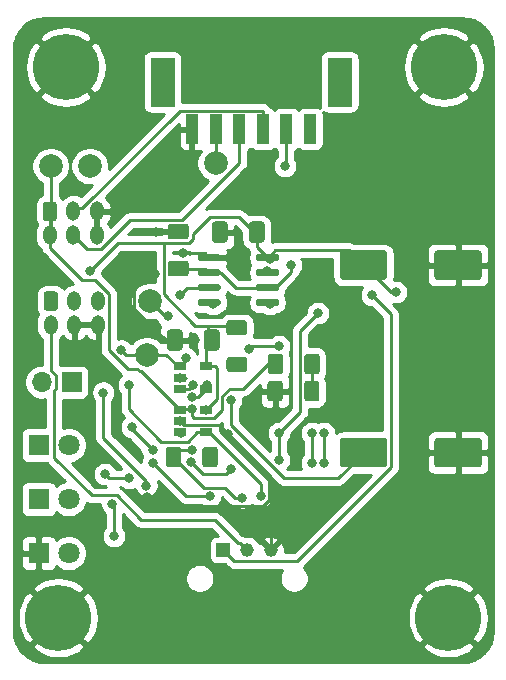
<source format=gbr>
%TF.GenerationSoftware,KiCad,Pcbnew,(5.1.10)-1*%
%TF.CreationDate,2021-10-15T07:56:21+02:00*%
%TF.ProjectId,BTS-LogicBoard,4254532d-4c6f-4676-9963-426f6172642e,rev?*%
%TF.SameCoordinates,Original*%
%TF.FileFunction,Copper,L1,Top*%
%TF.FilePolarity,Positive*%
%FSLAX46Y46*%
G04 Gerber Fmt 4.6, Leading zero omitted, Abs format (unit mm)*
G04 Created by KiCad (PCBNEW (5.1.10)-1) date 2021-10-15 07:56:21*
%MOMM*%
%LPD*%
G01*
G04 APERTURE LIST*
%TA.AperFunction,EtchedComponent*%
%ADD10C,0.100000*%
%TD*%
%TA.AperFunction,ComponentPad*%
%ADD11C,1.150000*%
%TD*%
%TA.AperFunction,ComponentPad*%
%ADD12R,1.150000X1.150000*%
%TD*%
%TA.AperFunction,SMDPad,CuDef*%
%ADD13R,1.750000X3.450000*%
%TD*%
%TA.AperFunction,SMDPad,CuDef*%
%ADD14R,1.000000X2.500000*%
%TD*%
%TA.AperFunction,ComponentPad*%
%ADD15O,1.200000X1.650000*%
%TD*%
%TA.AperFunction,ConnectorPad*%
%ADD16C,5.600000*%
%TD*%
%TA.AperFunction,ComponentPad*%
%ADD17C,3.600000*%
%TD*%
%TA.AperFunction,SMDPad,CuDef*%
%ADD18R,1.060000X0.650000*%
%TD*%
%TA.AperFunction,SMDPad,CuDef*%
%ADD19C,2.000000*%
%TD*%
%TA.AperFunction,ComponentPad*%
%ADD20C,1.800000*%
%TD*%
%TA.AperFunction,ComponentPad*%
%ADD21R,1.800000X1.800000*%
%TD*%
%TA.AperFunction,ComponentPad*%
%ADD22O,1.700000X1.700000*%
%TD*%
%TA.AperFunction,ComponentPad*%
%ADD23R,1.700000X1.700000*%
%TD*%
%TA.AperFunction,ViaPad*%
%ADD24C,0.800000*%
%TD*%
%TA.AperFunction,Conductor*%
%ADD25C,0.250000*%
%TD*%
%TA.AperFunction,Conductor*%
%ADD26C,0.254000*%
%TD*%
%TA.AperFunction,Conductor*%
%ADD27C,0.100000*%
%TD*%
G04 APERTURE END LIST*
D10*
%TO.C,J5*%
G36*
X139025000Y-70120000D02*
G01*
X141025000Y-70120000D01*
X141025000Y-74120000D01*
X139025000Y-74120000D01*
X139025000Y-70120000D01*
G37*
X139025000Y-70120000D02*
X141025000Y-70120000D01*
X141025000Y-74120000D01*
X139025000Y-74120000D01*
X139025000Y-70120000D01*
G36*
X124025000Y-70120000D02*
G01*
X126025000Y-70120000D01*
X126025000Y-74120000D01*
X124025000Y-74120000D01*
X124025000Y-70120000D01*
G37*
X124025000Y-70120000D02*
X126025000Y-70120000D01*
X126025000Y-74120000D01*
X124025000Y-74120000D01*
X124025000Y-70120000D01*
%TD*%
D11*
%TO.P,J2,3*%
%TO.N,GND*%
X134175000Y-111760000D03*
%TO.P,J2,2*%
%TO.N,/PSU_ON*%
X132175001Y-111760000D03*
D12*
%TO.P,J2,1*%
%TO.N,+5V*%
X130175000Y-111760000D03*
%TD*%
D13*
%TO.P,J5,7*%
%TO.N,N/C*%
X125025000Y-72120000D03*
X140025000Y-72120000D03*
D14*
%TO.P,J5,1*%
X137525000Y-76120000D03*
%TO.P,J5,2*%
%TO.N,/FAN_TRIGGER*%
X135525000Y-76120000D03*
%TO.P,J5,3*%
%TO.N,/IN+*%
X133525000Y-76120000D03*
%TO.P,J5,4*%
%TO.N,/IN-*%
X131525000Y-76120000D03*
%TO.P,J5,5*%
%TO.N,/VSense*%
X129525000Y-76120000D03*
%TO.P,J5,6*%
%TO.N,GND*%
X127525000Y-76120000D03*
%TD*%
D15*
%TO.P,J4,6*%
%TO.N,GND*%
X119475000Y-85090000D03*
%TO.P,J4,4*%
%TO.N,/IN-*%
X117475000Y-85090000D03*
%TO.P,J4,2*%
%TO.N,/COMP_PWM*%
X115475000Y-85090000D03*
%TO.P,J4,5*%
%TO.N,GND*%
X119475000Y-83090000D03*
%TO.P,J4,3*%
%TO.N,/IN+*%
X117475000Y-83090000D03*
%TO.P,J4,1*%
%TO.N,/COMP_PWM*%
%TA.AperFunction,ComponentPad*%
G36*
G01*
X114875000Y-83665001D02*
X114875000Y-82514999D01*
G75*
G02*
X115124999Y-82265000I249999J0D01*
G01*
X115825001Y-82265000D01*
G75*
G02*
X116075000Y-82514999I0J-249999D01*
G01*
X116075000Y-83665001D01*
G75*
G02*
X115825001Y-83915000I-249999J0D01*
G01*
X115124999Y-83915000D01*
G75*
G02*
X114875000Y-83665001I0J249999D01*
G01*
G37*
%TD.AperFunction*%
%TD*%
%TO.P,J1,6*%
%TO.N,GND*%
X119570000Y-92678000D03*
%TO.P,J1,4*%
X117570000Y-92678000D03*
%TO.P,J1,2*%
%TO.N,/PSU_ON*%
X115570000Y-92678000D03*
%TO.P,J1,5*%
%TO.N,/-Potentiometer*%
X119570000Y-90678000D03*
%TO.P,J1,3*%
%TO.N,/PWM_DCycle_Ref*%
X117570000Y-90678000D03*
%TO.P,J1,1*%
%TO.N,/+Potentiometer*%
%TA.AperFunction,ComponentPad*%
G36*
G01*
X114970000Y-91253001D02*
X114970000Y-90102999D01*
G75*
G02*
X115219999Y-89853000I249999J0D01*
G01*
X115920001Y-89853000D01*
G75*
G02*
X116170000Y-90102999I0J-249999D01*
G01*
X116170000Y-91253001D01*
G75*
G02*
X115920001Y-91503000I-249999J0D01*
G01*
X115219999Y-91503000D01*
G75*
G02*
X114970000Y-91253001I0J249999D01*
G01*
G37*
%TD.AperFunction*%
%TD*%
D16*
%TO.P,H4,1*%
%TO.N,GND*%
X149225000Y-117475000D03*
D17*
X149225000Y-117475000D03*
%TD*%
D18*
%TO.P,U6,5*%
%TO.N,VCC*%
X128735000Y-96205000D03*
%TO.P,U6,4*%
%TO.N,Net-(C12-Pad1)*%
X128735000Y-98105000D03*
%TO.P,U6,3*%
%TO.N,Net-(C8-Pad1)*%
X126535000Y-98105000D03*
%TO.P,U6,2*%
%TO.N,GND*%
X126535000Y-97155000D03*
%TO.P,U6,1*%
%TO.N,/FAN_TRIGGER*%
X126535000Y-96205000D03*
%TD*%
D19*
%TO.P,TP5,1*%
%TO.N,/VSense*%
X129540000Y-78994000D03*
%TD*%
%TO.P,TP4,1*%
%TO.N,/FAN_TRIGGER*%
X123698000Y-95250000D03*
%TD*%
%TO.P,TP3,1*%
%TO.N,/PWM_DCycle_Ref*%
X118872000Y-79248000D03*
%TD*%
%TO.P,TP2,1*%
%TO.N,/COMP_PWM*%
X115570000Y-79248000D03*
%TD*%
%TO.P,TP1,1*%
%TO.N,/NE_OUT*%
X123952000Y-90678000D03*
%TD*%
%TO.P,R14,2*%
%TO.N,Net-(Q1-Pad1)*%
%TA.AperFunction,SMDPad,CuDef*%
G36*
G01*
X137018000Y-98923000D02*
X137018000Y-97673000D01*
G75*
G02*
X137268000Y-97423000I250000J0D01*
G01*
X138068000Y-97423000D01*
G75*
G02*
X138318000Y-97673000I0J-250000D01*
G01*
X138318000Y-98923000D01*
G75*
G02*
X138068000Y-99173000I-250000J0D01*
G01*
X137268000Y-99173000D01*
G75*
G02*
X137018000Y-98923000I0J250000D01*
G01*
G37*
%TD.AperFunction*%
%TO.P,R14,1*%
%TO.N,GND*%
%TA.AperFunction,SMDPad,CuDef*%
G36*
G01*
X133918000Y-98923000D02*
X133918000Y-97673000D01*
G75*
G02*
X134168000Y-97423000I250000J0D01*
G01*
X134968000Y-97423000D01*
G75*
G02*
X135218000Y-97673000I0J-250000D01*
G01*
X135218000Y-98923000D01*
G75*
G02*
X134968000Y-99173000I-250000J0D01*
G01*
X134168000Y-99173000D01*
G75*
G02*
X133918000Y-98923000I0J250000D01*
G01*
G37*
%TD.AperFunction*%
%TD*%
%TO.P,R13,2*%
%TO.N,Net-(Q1-Pad1)*%
%TA.AperFunction,SMDPad,CuDef*%
G36*
G01*
X137044000Y-96637000D02*
X137044000Y-95387000D01*
G75*
G02*
X137294000Y-95137000I250000J0D01*
G01*
X138094000Y-95137000D01*
G75*
G02*
X138344000Y-95387000I0J-250000D01*
G01*
X138344000Y-96637000D01*
G75*
G02*
X138094000Y-96887000I-250000J0D01*
G01*
X137294000Y-96887000D01*
G75*
G02*
X137044000Y-96637000I0J250000D01*
G01*
G37*
%TD.AperFunction*%
%TO.P,R13,1*%
%TO.N,/COMP_PWM*%
%TA.AperFunction,SMDPad,CuDef*%
G36*
G01*
X133944000Y-96637000D02*
X133944000Y-95387000D01*
G75*
G02*
X134194000Y-95137000I250000J0D01*
G01*
X134994000Y-95137000D01*
G75*
G02*
X135244000Y-95387000I0J-250000D01*
G01*
X135244000Y-96637000D01*
G75*
G02*
X134994000Y-96887000I-250000J0D01*
G01*
X134194000Y-96887000D01*
G75*
G02*
X133944000Y-96637000I0J250000D01*
G01*
G37*
%TD.AperFunction*%
%TD*%
%TO.P,R5,2*%
%TO.N,/FAN_TRIGGER*%
%TA.AperFunction,SMDPad,CuDef*%
G36*
G01*
X130693000Y-95388000D02*
X131943000Y-95388000D01*
G75*
G02*
X132193000Y-95638000I0J-250000D01*
G01*
X132193000Y-96438000D01*
G75*
G02*
X131943000Y-96688000I-250000J0D01*
G01*
X130693000Y-96688000D01*
G75*
G02*
X130443000Y-96438000I0J250000D01*
G01*
X130443000Y-95638000D01*
G75*
G02*
X130693000Y-95388000I250000J0D01*
G01*
G37*
%TD.AperFunction*%
%TO.P,R5,1*%
%TO.N,VCC*%
%TA.AperFunction,SMDPad,CuDef*%
G36*
G01*
X130693000Y-92288000D02*
X131943000Y-92288000D01*
G75*
G02*
X132193000Y-92538000I0J-250000D01*
G01*
X132193000Y-93338000D01*
G75*
G02*
X131943000Y-93588000I-250000J0D01*
G01*
X130693000Y-93588000D01*
G75*
G02*
X130443000Y-93338000I0J250000D01*
G01*
X130443000Y-92538000D01*
G75*
G02*
X130693000Y-92288000I250000J0D01*
G01*
G37*
%TD.AperFunction*%
%TD*%
%TO.P,R4,2*%
%TO.N,/COMP_PWM*%
%TA.AperFunction,SMDPad,CuDef*%
G36*
G01*
X126608000Y-103261000D02*
X126608000Y-104511000D01*
G75*
G02*
X126358000Y-104761000I-250000J0D01*
G01*
X125558000Y-104761000D01*
G75*
G02*
X125308000Y-104511000I0J250000D01*
G01*
X125308000Y-103261000D01*
G75*
G02*
X125558000Y-103011000I250000J0D01*
G01*
X126358000Y-103011000D01*
G75*
G02*
X126608000Y-103261000I0J-250000D01*
G01*
G37*
%TD.AperFunction*%
%TO.P,R4,1*%
%TO.N,VCC*%
%TA.AperFunction,SMDPad,CuDef*%
G36*
G01*
X129708000Y-103261000D02*
X129708000Y-104511000D01*
G75*
G02*
X129458000Y-104761000I-250000J0D01*
G01*
X128658000Y-104761000D01*
G75*
G02*
X128408000Y-104511000I0J250000D01*
G01*
X128408000Y-103261000D01*
G75*
G02*
X128658000Y-103011000I250000J0D01*
G01*
X129458000Y-103011000D01*
G75*
G02*
X129708000Y-103261000I0J-250000D01*
G01*
G37*
%TD.AperFunction*%
%TD*%
D20*
%TO.P,D4,2*%
%TO.N,Net-(D4-Pad2)*%
X117094000Y-102870000D03*
D21*
%TO.P,D4,1*%
%TO.N,Net-(D4-Pad1)*%
X114554000Y-102870000D03*
%TD*%
D20*
%TO.P,D3,2*%
%TO.N,Net-(D3-Pad2)*%
X117094000Y-112014000D03*
D21*
%TO.P,D3,1*%
%TO.N,GND*%
X114554000Y-112014000D03*
%TD*%
%TO.P,C11,2*%
%TO.N,GND*%
%TA.AperFunction,SMDPad,CuDef*%
G36*
G01*
X126735000Y-93329999D02*
X126735000Y-94630001D01*
G75*
G02*
X126485001Y-94880000I-249999J0D01*
G01*
X125659999Y-94880000D01*
G75*
G02*
X125410000Y-94630001I0J249999D01*
G01*
X125410000Y-93329999D01*
G75*
G02*
X125659999Y-93080000I249999J0D01*
G01*
X126485001Y-93080000D01*
G75*
G02*
X126735000Y-93329999I0J-249999D01*
G01*
G37*
%TD.AperFunction*%
%TO.P,C11,1*%
%TO.N,VCC*%
%TA.AperFunction,SMDPad,CuDef*%
G36*
G01*
X129860000Y-93329999D02*
X129860000Y-94630001D01*
G75*
G02*
X129610001Y-94880000I-249999J0D01*
G01*
X128784999Y-94880000D01*
G75*
G02*
X128535000Y-94630001I0J249999D01*
G01*
X128535000Y-93329999D01*
G75*
G02*
X128784999Y-93080000I249999J0D01*
G01*
X129610001Y-93080000D01*
G75*
G02*
X129860000Y-93329999I0J-249999D01*
G01*
G37*
%TD.AperFunction*%
%TD*%
%TO.P,C9,2*%
%TO.N,GND*%
%TA.AperFunction,SMDPad,CuDef*%
G36*
G01*
X130545000Y-84185999D02*
X130545000Y-85486001D01*
G75*
G02*
X130295001Y-85736000I-249999J0D01*
G01*
X129469999Y-85736000D01*
G75*
G02*
X129220000Y-85486001I0J249999D01*
G01*
X129220000Y-84185999D01*
G75*
G02*
X129469999Y-83936000I249999J0D01*
G01*
X130295001Y-83936000D01*
G75*
G02*
X130545000Y-84185999I0J-249999D01*
G01*
G37*
%TD.AperFunction*%
%TO.P,C9,1*%
%TO.N,VCC*%
%TA.AperFunction,SMDPad,CuDef*%
G36*
G01*
X133670000Y-84185999D02*
X133670000Y-85486001D01*
G75*
G02*
X133420001Y-85736000I-249999J0D01*
G01*
X132594999Y-85736000D01*
G75*
G02*
X132345000Y-85486001I0J249999D01*
G01*
X132345000Y-84185999D01*
G75*
G02*
X132594999Y-83936000I249999J0D01*
G01*
X133420001Y-83936000D01*
G75*
G02*
X133670000Y-84185999I0J-249999D01*
G01*
G37*
%TD.AperFunction*%
%TD*%
%TO.P,C8,2*%
%TO.N,GND*%
%TA.AperFunction,SMDPad,CuDef*%
G36*
G01*
X148050000Y-104505000D02*
X148050000Y-102505000D01*
G75*
G02*
X148300000Y-102255000I250000J0D01*
G01*
X151800000Y-102255000D01*
G75*
G02*
X152050000Y-102505000I0J-250000D01*
G01*
X152050000Y-104505000D01*
G75*
G02*
X151800000Y-104755000I-250000J0D01*
G01*
X148300000Y-104755000D01*
G75*
G02*
X148050000Y-104505000I0J250000D01*
G01*
G37*
%TD.AperFunction*%
%TO.P,C8,1*%
%TO.N,Net-(C8-Pad1)*%
%TA.AperFunction,SMDPad,CuDef*%
G36*
G01*
X140050000Y-104505000D02*
X140050000Y-102505000D01*
G75*
G02*
X140300000Y-102255000I250000J0D01*
G01*
X143800000Y-102255000D01*
G75*
G02*
X144050000Y-102505000I0J-250000D01*
G01*
X144050000Y-104505000D01*
G75*
G02*
X143800000Y-104755000I-250000J0D01*
G01*
X140300000Y-104755000D01*
G75*
G02*
X140050000Y-104505000I0J250000D01*
G01*
G37*
%TD.AperFunction*%
%TD*%
D16*
%TO.P,H3,1*%
%TO.N,GND*%
X116205000Y-117475000D03*
D17*
X116205000Y-117475000D03*
%TD*%
D16*
%TO.P,H2,1*%
%TO.N,GND*%
X148844000Y-70866000D03*
D17*
X148844000Y-70866000D03*
%TD*%
D16*
%TO.P,H1,1*%
%TO.N,GND*%
X116840000Y-70866000D03*
D17*
X116840000Y-70866000D03*
%TD*%
%TO.P,U2,8*%
%TO.N,VCC*%
%TA.AperFunction,SMDPad,CuDef*%
G36*
G01*
X132945000Y-87145000D02*
X132945000Y-86845000D01*
G75*
G02*
X133095000Y-86695000I150000J0D01*
G01*
X134745000Y-86695000D01*
G75*
G02*
X134895000Y-86845000I0J-150000D01*
G01*
X134895000Y-87145000D01*
G75*
G02*
X134745000Y-87295000I-150000J0D01*
G01*
X133095000Y-87295000D01*
G75*
G02*
X132945000Y-87145000I0J150000D01*
G01*
G37*
%TD.AperFunction*%
%TO.P,U2,7*%
%TO.N,Net-(R12-Pad2)*%
%TA.AperFunction,SMDPad,CuDef*%
G36*
G01*
X132945000Y-88415000D02*
X132945000Y-88115000D01*
G75*
G02*
X133095000Y-87965000I150000J0D01*
G01*
X134745000Y-87965000D01*
G75*
G02*
X134895000Y-88115000I0J-150000D01*
G01*
X134895000Y-88415000D01*
G75*
G02*
X134745000Y-88565000I-150000J0D01*
G01*
X133095000Y-88565000D01*
G75*
G02*
X132945000Y-88415000I0J150000D01*
G01*
G37*
%TD.AperFunction*%
%TO.P,U2,6*%
%TO.N,/Threshold*%
%TA.AperFunction,SMDPad,CuDef*%
G36*
G01*
X132945000Y-89685000D02*
X132945000Y-89385000D01*
G75*
G02*
X133095000Y-89235000I150000J0D01*
G01*
X134745000Y-89235000D01*
G75*
G02*
X134895000Y-89385000I0J-150000D01*
G01*
X134895000Y-89685000D01*
G75*
G02*
X134745000Y-89835000I-150000J0D01*
G01*
X133095000Y-89835000D01*
G75*
G02*
X132945000Y-89685000I0J150000D01*
G01*
G37*
%TD.AperFunction*%
%TO.P,U2,5*%
%TO.N,Net-(C6-Pad1)*%
%TA.AperFunction,SMDPad,CuDef*%
G36*
G01*
X132945000Y-90955000D02*
X132945000Y-90655000D01*
G75*
G02*
X133095000Y-90505000I150000J0D01*
G01*
X134745000Y-90505000D01*
G75*
G02*
X134895000Y-90655000I0J-150000D01*
G01*
X134895000Y-90955000D01*
G75*
G02*
X134745000Y-91105000I-150000J0D01*
G01*
X133095000Y-91105000D01*
G75*
G02*
X132945000Y-90955000I0J150000D01*
G01*
G37*
%TD.AperFunction*%
%TO.P,U2,4*%
%TO.N,/NE555_RST*%
%TA.AperFunction,SMDPad,CuDef*%
G36*
G01*
X127995000Y-90955000D02*
X127995000Y-90655000D01*
G75*
G02*
X128145000Y-90505000I150000J0D01*
G01*
X129795000Y-90505000D01*
G75*
G02*
X129945000Y-90655000I0J-150000D01*
G01*
X129945000Y-90955000D01*
G75*
G02*
X129795000Y-91105000I-150000J0D01*
G01*
X128145000Y-91105000D01*
G75*
G02*
X127995000Y-90955000I0J150000D01*
G01*
G37*
%TD.AperFunction*%
%TO.P,U2,3*%
%TO.N,/NE_OUT*%
%TA.AperFunction,SMDPad,CuDef*%
G36*
G01*
X127995000Y-89685000D02*
X127995000Y-89385000D01*
G75*
G02*
X128145000Y-89235000I150000J0D01*
G01*
X129795000Y-89235000D01*
G75*
G02*
X129945000Y-89385000I0J-150000D01*
G01*
X129945000Y-89685000D01*
G75*
G02*
X129795000Y-89835000I-150000J0D01*
G01*
X128145000Y-89835000D01*
G75*
G02*
X127995000Y-89685000I0J150000D01*
G01*
G37*
%TD.AperFunction*%
%TO.P,U2,2*%
%TO.N,/Threshold*%
%TA.AperFunction,SMDPad,CuDef*%
G36*
G01*
X127995000Y-88415000D02*
X127995000Y-88115000D01*
G75*
G02*
X128145000Y-87965000I150000J0D01*
G01*
X129795000Y-87965000D01*
G75*
G02*
X129945000Y-88115000I0J-150000D01*
G01*
X129945000Y-88415000D01*
G75*
G02*
X129795000Y-88565000I-150000J0D01*
G01*
X128145000Y-88565000D01*
G75*
G02*
X127995000Y-88415000I0J150000D01*
G01*
G37*
%TD.AperFunction*%
%TO.P,U2,1*%
%TO.N,GND*%
%TA.AperFunction,SMDPad,CuDef*%
G36*
G01*
X127995000Y-87145000D02*
X127995000Y-86845000D01*
G75*
G02*
X128145000Y-86695000I150000J0D01*
G01*
X129795000Y-86695000D01*
G75*
G02*
X129945000Y-86845000I0J-150000D01*
G01*
X129945000Y-87145000D01*
G75*
G02*
X129795000Y-87295000I-150000J0D01*
G01*
X128145000Y-87295000D01*
G75*
G02*
X127995000Y-87145000I0J150000D01*
G01*
G37*
%TD.AperFunction*%
%TD*%
D18*
%TO.P,U1,5*%
%TO.N,VCC*%
X128735000Y-99888000D03*
%TO.P,U1,4*%
%TO.N,/PWM_DCycle_Ref*%
X128735000Y-101788000D03*
%TO.P,U1,3*%
%TO.N,/Sawtooth*%
X126535000Y-101788000D03*
%TO.P,U1,2*%
%TO.N,GND*%
X126535000Y-100838000D03*
%TO.P,U1,1*%
%TO.N,/COMP_PWM*%
X126535000Y-99888000D03*
%TD*%
D22*
%TO.P,J3,2*%
%TO.N,GND1*%
X114808000Y-97536000D03*
D23*
%TO.P,J3,1*%
%TO.N,/EnableSignal*%
X117348000Y-97536000D03*
%TD*%
D20*
%TO.P,D1,2*%
%TO.N,Net-(D1-Pad2)*%
X117094000Y-107442000D03*
D21*
%TO.P,D1,1*%
%TO.N,Net-(D1-Pad1)*%
X114554000Y-107442000D03*
%TD*%
%TO.P,C7,2*%
%TO.N,GND*%
%TA.AperFunction,SMDPad,CuDef*%
G36*
G01*
X127015003Y-85460000D02*
X125714997Y-85460000D01*
G75*
G02*
X125465000Y-85210003I0J249997D01*
G01*
X125465000Y-84384997D01*
G75*
G02*
X125714997Y-84135000I249997J0D01*
G01*
X127015003Y-84135000D01*
G75*
G02*
X127265000Y-84384997I0J-249997D01*
G01*
X127265000Y-85210003D01*
G75*
G02*
X127015003Y-85460000I-249997J0D01*
G01*
G37*
%TD.AperFunction*%
%TO.P,C7,1*%
%TO.N,/Threshold*%
%TA.AperFunction,SMDPad,CuDef*%
G36*
G01*
X127015003Y-88585000D02*
X125714997Y-88585000D01*
G75*
G02*
X125465000Y-88335003I0J249997D01*
G01*
X125465000Y-87509997D01*
G75*
G02*
X125714997Y-87260000I249997J0D01*
G01*
X127015003Y-87260000D01*
G75*
G02*
X127265000Y-87509997I0J-249997D01*
G01*
X127265000Y-88335003D01*
G75*
G02*
X127015003Y-88585000I-249997J0D01*
G01*
G37*
%TD.AperFunction*%
%TD*%
%TO.P,C5,2*%
%TO.N,GND*%
%TA.AperFunction,SMDPad,CuDef*%
G36*
G01*
X148050000Y-88630000D02*
X148050000Y-86630000D01*
G75*
G02*
X148300000Y-86380000I250000J0D01*
G01*
X151800000Y-86380000D01*
G75*
G02*
X152050000Y-86630000I0J-250000D01*
G01*
X152050000Y-88630000D01*
G75*
G02*
X151800000Y-88880000I-250000J0D01*
G01*
X148300000Y-88880000D01*
G75*
G02*
X148050000Y-88630000I0J250000D01*
G01*
G37*
%TD.AperFunction*%
%TO.P,C5,1*%
%TO.N,VCC*%
%TA.AperFunction,SMDPad,CuDef*%
G36*
G01*
X140050000Y-88630000D02*
X140050000Y-86630000D01*
G75*
G02*
X140300000Y-86380000I250000J0D01*
G01*
X143800000Y-86380000D01*
G75*
G02*
X144050000Y-86630000I0J-250000D01*
G01*
X144050000Y-88630000D01*
G75*
G02*
X143800000Y-88880000I-250000J0D01*
G01*
X140300000Y-88880000D01*
G75*
G02*
X140050000Y-88630000I0J250000D01*
G01*
G37*
%TD.AperFunction*%
%TD*%
D24*
%TO.N,GND*%
X149860000Y-103886000D03*
X124460000Y-84836000D03*
X126746000Y-86614000D03*
X126212714Y-93980000D03*
X134620000Y-98044000D03*
X124414990Y-88392000D03*
X127762000Y-93980000D03*
X130598425Y-101962746D03*
X126534968Y-100838000D03*
X126535001Y-97155000D03*
X133350000Y-101854000D03*
X123699918Y-107293575D03*
%TO.N,+5V*%
X142748000Y-90170000D03*
%TO.N,Net-(C6-Pad1)*%
X134112000Y-90932000D03*
%TO.N,/Threshold*%
X135890000Y-87630000D03*
%TO.N,Net-(D4-Pad1)*%
X122174000Y-105664000D03*
X120146705Y-105327159D03*
X137668000Y-101854000D03*
X137668000Y-104394000D03*
%TO.N,/FAN_TRIGGER*%
X131064000Y-96012000D03*
X135382000Y-79248000D03*
X127000000Y-95504000D03*
X121539000Y-94859694D03*
X120015000Y-98425000D03*
X123669690Y-106294020D03*
%TO.N,Net-(Q1-Pad1)*%
X137668000Y-96012000D03*
%TO.N,/2.5V*%
X134874000Y-94488000D03*
X132334000Y-94742000D03*
X138684000Y-101854010D03*
X138684000Y-104394000D03*
%TO.N,Net-(C8-Pad1)*%
X141224000Y-103886000D03*
X130810000Y-99060000D03*
X127604966Y-97790000D03*
%TO.N,Net-(R20-Pad1)*%
X124187304Y-103302225D03*
X122428000Y-101346000D03*
%TO.N,VCC*%
X129032000Y-103886000D03*
X118872000Y-88138000D03*
X134112000Y-87122000D03*
X144780000Y-89916000D03*
X128735000Y-99888016D03*
X120904000Y-110580010D03*
X120788403Y-107859990D03*
%TO.N,/PWM_DCycle_Ref*%
X118872000Y-79248000D03*
X133350000Y-107188000D03*
X122174000Y-97790000D03*
%TO.N,/COMP_PWM*%
X127508000Y-99822000D03*
X131800000Y-107315000D03*
X127517749Y-103290182D03*
%TO.N,Net-(R12-Pad2)*%
X133858000Y-88138000D03*
%TO.N,/Sawtooth*%
X138176000Y-91694000D03*
X134874000Y-104140000D03*
X130810000Y-104902000D03*
X127407408Y-104284088D03*
X126558031Y-101854000D03*
X134874000Y-101854000D03*
%TO.N,/NE_OUT*%
X125476000Y-91948000D03*
X126492000Y-90170000D03*
%TO.N,/NE555_RST*%
X129286000Y-90932000D03*
%TO.N,Net-(C12-Pad1)*%
X127522445Y-98818260D03*
X129032000Y-107188000D03*
X128778000Y-97744962D03*
X124206000Y-104394000D03*
%TD*%
D25*
%TO.N,GND*%
X149860000Y-103695000D02*
X150050000Y-103505000D01*
X149860000Y-103886000D02*
X149860000Y-103695000D01*
X126326500Y-84836000D02*
X126365000Y-84797500D01*
X124460000Y-84836000D02*
X126326500Y-84836000D01*
X128589000Y-86614000D02*
X128970000Y-86995000D01*
X126746000Y-86614000D02*
X128589000Y-86614000D01*
X134568000Y-98298000D02*
X134568000Y-98096000D01*
X134568000Y-98096000D02*
X134620000Y-98044000D01*
X122626999Y-91314001D02*
X122626999Y-89463001D01*
X125292998Y-93980000D02*
X122626999Y-91314001D01*
X126212714Y-93980000D02*
X125292998Y-93980000D01*
X123698000Y-88392000D02*
X124414990Y-88392000D01*
X122626999Y-89463001D02*
X123698000Y-88392000D01*
X126212714Y-93980000D02*
X127762000Y-93980000D01*
X126535000Y-97155000D02*
X127025002Y-97155000D01*
X134175000Y-111760000D02*
X134175000Y-105539321D01*
X134175000Y-105539321D02*
X130598425Y-101962746D01*
X126535000Y-100838000D02*
X126534968Y-100838000D01*
X129773678Y-101137999D02*
X126834967Y-101137999D01*
X126834967Y-101137999D02*
X126534968Y-100838000D01*
X130598425Y-101962746D02*
X129773678Y-101137999D01*
X126535000Y-97155000D02*
X126535001Y-97155000D01*
X134568000Y-98298000D02*
X134568000Y-100636000D01*
X134568000Y-100636000D02*
X133350000Y-101854000D01*
X130598425Y-101962746D02*
X134075001Y-105439322D01*
X134075001Y-107536001D02*
X133571001Y-108040001D01*
X133571001Y-108040001D02*
X124446344Y-108040001D01*
X134075001Y-105439322D02*
X134075001Y-107536001D01*
X124446344Y-108040001D02*
X123699918Y-107293575D01*
%TO.N,+5V*%
X144375010Y-91797010D02*
X142748000Y-90170000D01*
X144375010Y-104743180D02*
X144375010Y-91797010D01*
X136458189Y-112660001D02*
X144375010Y-104743180D01*
X131075001Y-112660001D02*
X136458189Y-112660001D01*
X130175000Y-111760000D02*
X131075001Y-112660001D01*
%TO.N,Net-(C6-Pad1)*%
X133985000Y-90805000D02*
X134112000Y-90932000D01*
X133920000Y-90805000D02*
X133985000Y-90805000D01*
%TO.N,/Threshold*%
X134550685Y-89535000D02*
X133920000Y-89535000D01*
X135890000Y-88195685D02*
X134550685Y-89535000D01*
X135890000Y-87630000D02*
X135890000Y-88195685D01*
X128627500Y-87922500D02*
X128970000Y-88265000D01*
X126365000Y-87922500D02*
X128627500Y-87922500D01*
X131215000Y-89535000D02*
X133920000Y-89535000D01*
X129945000Y-88265000D02*
X131215000Y-89535000D01*
X128970000Y-88265000D02*
X129945000Y-88265000D01*
%TO.N,Net-(D4-Pad1)*%
X120483546Y-105664000D02*
X120146705Y-105327159D01*
X122174000Y-105664000D02*
X120483546Y-105664000D01*
X137668000Y-101854000D02*
X137668000Y-104394000D01*
%TO.N,/FAN_TRIGGER*%
X135525000Y-76120000D02*
X135525000Y-79105000D01*
X135525000Y-79105000D02*
X135382000Y-79248000D01*
X126535000Y-96205000D02*
X127000000Y-95740000D01*
X127000000Y-95740000D02*
X127000000Y-95504000D01*
X126321213Y-96205000D02*
X126535000Y-96205000D01*
X125366213Y-95250000D02*
X126321213Y-96205000D01*
X123698000Y-95250000D02*
X125366213Y-95250000D01*
X121929306Y-95250000D02*
X121539000Y-94859694D01*
X123698000Y-95250000D02*
X121929306Y-95250000D01*
X123669690Y-105889690D02*
X123669690Y-106294020D01*
X120015000Y-98425000D02*
X120015000Y-102235000D01*
X120015000Y-102235000D02*
X123669690Y-105889690D01*
%TO.N,/IN+*%
X117761000Y-82804000D02*
X117475000Y-83090000D01*
X118227839Y-82804000D02*
X117761000Y-82804000D01*
X126486840Y-74544999D02*
X118227839Y-82804000D01*
X133449999Y-74544999D02*
X126486840Y-74544999D01*
X133525000Y-74620000D02*
X133449999Y-74544999D01*
X133525000Y-76120000D02*
X133525000Y-74620000D01*
%TO.N,/IN-*%
X118625010Y-86240010D02*
X117475000Y-85090000D01*
X119858151Y-86240010D02*
X118625010Y-86240010D01*
X122288171Y-83809990D02*
X119858151Y-86240010D01*
X126685012Y-83809990D02*
X122288171Y-83809990D01*
X131525000Y-78970002D02*
X126685012Y-83809990D01*
X131525000Y-76120000D02*
X131525000Y-78970002D01*
%TO.N,/VSense*%
X129525000Y-78979000D02*
X129540000Y-78994000D01*
X129525000Y-76120000D02*
X129525000Y-78979000D01*
%TO.N,/PSU_ON*%
X129482996Y-109220000D02*
X131447997Y-111185001D01*
X131600002Y-111185001D02*
X132175001Y-111760000D01*
X123221417Y-109220000D02*
X129482996Y-109220000D01*
X119037986Y-107134988D02*
X121136405Y-107134988D01*
X121136405Y-107134988D02*
X123221417Y-109220000D01*
X115868999Y-103966001D02*
X119037986Y-107134988D01*
X115868999Y-98214003D02*
X115868999Y-103966001D01*
X115983001Y-98100001D02*
X115868999Y-98214003D01*
X115983001Y-96971999D02*
X115983001Y-98100001D01*
X115570000Y-96558998D02*
X115983001Y-96971999D01*
X131447997Y-111185001D02*
X131600002Y-111185001D01*
X115570000Y-92678000D02*
X115570000Y-96558998D01*
%TO.N,Net-(Q1-Pad1)*%
X137668000Y-96012000D02*
X137668000Y-98298000D01*
X137668000Y-96038000D02*
X137694000Y-96012000D01*
X137668000Y-98298000D02*
X137668000Y-96038000D01*
%TO.N,/2.5V*%
X134874000Y-94488000D02*
X132588000Y-94488000D01*
X132588000Y-94488000D02*
X132334000Y-94742000D01*
X138684000Y-101854010D02*
X138684000Y-104394000D01*
%TO.N,Net-(C8-Pad1)*%
X141669000Y-103886000D02*
X141224000Y-103886000D01*
X142050000Y-103505000D02*
X141669000Y-103886000D01*
X135288000Y-105627002D02*
X130810000Y-101149002D01*
X142050000Y-103505000D02*
X139927998Y-105627002D01*
X139927998Y-105627002D02*
X135288000Y-105627002D01*
X130810000Y-101149002D02*
X130810000Y-99060000D01*
X127289966Y-98105000D02*
X127604966Y-97790000D01*
X126535000Y-98105000D02*
X127289966Y-98105000D01*
%TO.N,Net-(R20-Pad1)*%
X122428000Y-101542921D02*
X122428000Y-101346000D01*
X124187304Y-103302225D02*
X122428000Y-101542921D01*
%TO.N,VCC*%
X128735000Y-94442500D02*
X129197500Y-93980000D01*
X128735000Y-96205000D02*
X128735000Y-94442500D01*
X118872000Y-88138000D02*
X121224990Y-85785010D01*
X133007500Y-86082500D02*
X133920000Y-86995000D01*
X133007500Y-85090000D02*
X133007500Y-86082500D01*
X133985000Y-86995000D02*
X134112000Y-87122000D01*
X133920000Y-86995000D02*
X133985000Y-86995000D01*
X144336000Y-89916000D02*
X144780000Y-89916000D01*
X142050000Y-87630000D02*
X144336000Y-89916000D01*
X140780000Y-86360000D02*
X134555000Y-86360000D01*
X134555000Y-86360000D02*
X133920000Y-86995000D01*
X142050000Y-87630000D02*
X140780000Y-86360000D01*
X121224990Y-85785010D02*
X125155010Y-85785010D01*
X125139990Y-85800030D02*
X125155010Y-85785010D01*
X125139990Y-90087990D02*
X125139990Y-85800030D01*
X127806990Y-92754990D02*
X125139990Y-90087990D01*
X131318000Y-92938000D02*
X131134990Y-92754990D01*
X127590010Y-85007990D02*
X129032000Y-83566000D01*
X129032000Y-83566000D02*
X131483500Y-83566000D01*
X127590010Y-85448180D02*
X127590010Y-85007990D01*
X131483500Y-83566000D02*
X133007500Y-85090000D01*
X127253180Y-85785010D02*
X127590010Y-85448180D01*
X125155010Y-85785010D02*
X127253180Y-85785010D01*
X128860010Y-93642510D02*
X129197500Y-93980000D01*
X128860010Y-92754990D02*
X128860010Y-93642510D01*
X131134990Y-92754990D02*
X128860010Y-92754990D01*
X128860010Y-92754990D02*
X127806990Y-92754990D01*
X120904000Y-110580010D02*
X120904000Y-107975587D01*
X120904000Y-107975587D02*
X120788403Y-107859990D01*
X129515000Y-96205000D02*
X129634988Y-96324988D01*
X128735000Y-96205000D02*
X129515000Y-96205000D01*
X129634988Y-96324988D02*
X129634987Y-98988029D01*
X129634987Y-98988029D02*
X128735000Y-99888016D01*
%TO.N,/PWM_DCycle_Ref*%
X133350000Y-106198000D02*
X133350000Y-107188000D01*
X128940000Y-101788000D02*
X133350000Y-106198000D01*
X128735000Y-101788000D02*
X128940000Y-101788000D01*
X122174000Y-99822000D02*
X122174000Y-97790000D01*
X124931001Y-102579001D02*
X122174000Y-99822000D01*
X127155928Y-102579001D02*
X124931001Y-102579001D01*
X127946929Y-101788000D02*
X127155928Y-102579001D01*
X128735000Y-101788000D02*
X127946929Y-101788000D01*
%TO.N,/COMP_PWM*%
X115475000Y-83090000D02*
X115475000Y-85090000D01*
X115570000Y-84995000D02*
X115475000Y-85090000D01*
X115570000Y-79248000D02*
X115570000Y-84995000D01*
X126601000Y-99822000D02*
X126535000Y-99888000D01*
X127508000Y-99822000D02*
X126601000Y-99822000D01*
X129387983Y-100613017D02*
X130084998Y-99916002D01*
X127508000Y-99822000D02*
X127508000Y-100387685D01*
X130084998Y-99916002D02*
X130084998Y-98711998D01*
X127733332Y-100613017D02*
X129387983Y-100613017D01*
X131875002Y-98080998D02*
X133944000Y-96012000D01*
X130715998Y-98080998D02*
X131875002Y-98080998D01*
X133944000Y-96012000D02*
X134594000Y-96012000D01*
X127508000Y-100387685D02*
X127733332Y-100613017D01*
X130084998Y-98711998D02*
X130715998Y-98080998D01*
X126553818Y-103290182D02*
X127517749Y-103290182D01*
X125958000Y-103886000D02*
X126553818Y-103290182D01*
X131150000Y-107315000D02*
X131800000Y-107315000D01*
X125958000Y-103886000D02*
X128534998Y-106462998D01*
X130297998Y-106462998D02*
X131150000Y-107315000D01*
X128534998Y-106462998D02*
X130297998Y-106462998D01*
X115475000Y-86165000D02*
X115475000Y-85090000D01*
X120495010Y-90069849D02*
X119288162Y-88863001D01*
X118173001Y-88863001D02*
X115475000Y-86165000D01*
X120495010Y-94841010D02*
X120495010Y-90069849D01*
X119288162Y-88863001D02*
X118173001Y-88863001D01*
X122916997Y-96429999D02*
X122083999Y-96429999D01*
X123061999Y-96575001D02*
X122916997Y-96429999D01*
X123245001Y-96575001D02*
X123061999Y-96575001D01*
X122083999Y-96429999D02*
X120495010Y-94841010D01*
X126535000Y-99865000D02*
X123245001Y-96575001D01*
X126535000Y-99888000D02*
X126535000Y-99865000D01*
%TO.N,/Sawtooth*%
X130410001Y-105301999D02*
X128425319Y-105301999D01*
X128425319Y-105301999D02*
X127407408Y-104284088D01*
X130810000Y-104902000D02*
X130410001Y-105301999D01*
X134874000Y-104140000D02*
X134874000Y-101854000D01*
X136692990Y-93177010D02*
X136692990Y-100035010D01*
X138176000Y-91694000D02*
X136692990Y-93177010D01*
X136692990Y-100035010D02*
X134874000Y-101854000D01*
%TO.N,/NE_OUT*%
X123952000Y-90678000D02*
X125222000Y-91948000D01*
X125222000Y-91948000D02*
X125476000Y-91948000D01*
X127127000Y-89535000D02*
X126492000Y-90170000D01*
X128970000Y-89535000D02*
X127127000Y-89535000D01*
%TO.N,/NE555_RST*%
X129097000Y-90932000D02*
X128970000Y-90805000D01*
X129286000Y-90932000D02*
X129097000Y-90932000D01*
%TO.N,Net-(C12-Pad1)*%
X128021740Y-98818260D02*
X127522445Y-98818260D01*
X128735000Y-98105000D02*
X128021740Y-98818260D01*
X128735000Y-97787962D02*
X128778000Y-97744962D01*
X128735000Y-98105000D02*
X128735000Y-97787962D01*
X127000000Y-107188000D02*
X124206000Y-104394000D01*
X129032000Y-107188000D02*
X127000000Y-107188000D01*
%TD*%
D26*
%TO.N,GND*%
X150880551Y-66753421D02*
X151373580Y-66902275D01*
X151828313Y-67144061D01*
X152227410Y-67469557D01*
X152555694Y-67866384D01*
X152800644Y-68319410D01*
X152952938Y-68811392D01*
X153010000Y-69354295D01*
X153010001Y-118585711D01*
X152956579Y-119130552D01*
X152807724Y-119623584D01*
X152565939Y-120078313D01*
X152240443Y-120477410D01*
X151843616Y-120805694D01*
X151390590Y-121050644D01*
X150898608Y-121202938D01*
X150355704Y-121260000D01*
X115094279Y-121260000D01*
X114549448Y-121206579D01*
X114056416Y-121057724D01*
X113601687Y-120815939D01*
X113202590Y-120490443D01*
X112874306Y-120093616D01*
X112765013Y-119891481D01*
X113968124Y-119891481D01*
X114280308Y-120340177D01*
X114876259Y-120660612D01*
X115523273Y-120858626D01*
X116196484Y-120926610D01*
X116870023Y-120861949D01*
X117518006Y-120667130D01*
X118115530Y-120349639D01*
X118129692Y-120340177D01*
X118441876Y-119891481D01*
X146988124Y-119891481D01*
X147300308Y-120340177D01*
X147896259Y-120660612D01*
X148543273Y-120858626D01*
X149216484Y-120926610D01*
X149890023Y-120861949D01*
X150538006Y-120667130D01*
X151135530Y-120349639D01*
X151149692Y-120340177D01*
X151461876Y-119891481D01*
X149225000Y-117654605D01*
X146988124Y-119891481D01*
X118441876Y-119891481D01*
X116205000Y-117654605D01*
X113968124Y-119891481D01*
X112765013Y-119891481D01*
X112629356Y-119640590D01*
X112477062Y-119148608D01*
X112420000Y-118605704D01*
X112420000Y-117466484D01*
X112753390Y-117466484D01*
X112818051Y-118140023D01*
X113012870Y-118788006D01*
X113330361Y-119385530D01*
X113339823Y-119399692D01*
X113788519Y-119711876D01*
X116025395Y-117475000D01*
X116384605Y-117475000D01*
X118621481Y-119711876D01*
X119070177Y-119399692D01*
X119390612Y-118803741D01*
X119588626Y-118156727D01*
X119656610Y-117483516D01*
X119654975Y-117466484D01*
X145773390Y-117466484D01*
X145838051Y-118140023D01*
X146032870Y-118788006D01*
X146350361Y-119385530D01*
X146359823Y-119399692D01*
X146808519Y-119711876D01*
X149045395Y-117475000D01*
X149404605Y-117475000D01*
X151641481Y-119711876D01*
X152090177Y-119399692D01*
X152410612Y-118803741D01*
X152608626Y-118156727D01*
X152676610Y-117483516D01*
X152611949Y-116809977D01*
X152417130Y-116161994D01*
X152099639Y-115564470D01*
X152090177Y-115550308D01*
X151641481Y-115238124D01*
X149404605Y-117475000D01*
X149045395Y-117475000D01*
X146808519Y-115238124D01*
X146359823Y-115550308D01*
X146039388Y-116146259D01*
X145841374Y-116793273D01*
X145773390Y-117466484D01*
X119654975Y-117466484D01*
X119591949Y-116809977D01*
X119397130Y-116161994D01*
X119079639Y-115564470D01*
X119070177Y-115550308D01*
X118621481Y-115238124D01*
X116384605Y-117475000D01*
X116025395Y-117475000D01*
X113788519Y-115238124D01*
X113339823Y-115550308D01*
X113019388Y-116146259D01*
X112821374Y-116793273D01*
X112753390Y-117466484D01*
X112420000Y-117466484D01*
X112420000Y-115058519D01*
X113968124Y-115058519D01*
X116205000Y-117295395D01*
X118441876Y-115058519D01*
X118129692Y-114609823D01*
X117533741Y-114289388D01*
X116886727Y-114091374D01*
X116361787Y-114038363D01*
X126940002Y-114038363D01*
X126940002Y-114281637D01*
X126987462Y-114520236D01*
X127080559Y-114744992D01*
X127215715Y-114947267D01*
X127387735Y-115119287D01*
X127590010Y-115254443D01*
X127814766Y-115347540D01*
X128053365Y-115395000D01*
X128296639Y-115395000D01*
X128535238Y-115347540D01*
X128759994Y-115254443D01*
X128962269Y-115119287D01*
X129134289Y-114947267D01*
X129269445Y-114744992D01*
X129362542Y-114520236D01*
X129410002Y-114281637D01*
X129410002Y-114038363D01*
X129362542Y-113799764D01*
X129269445Y-113575008D01*
X129134289Y-113372733D01*
X128962269Y-113200713D01*
X128759994Y-113065557D01*
X128535238Y-112972460D01*
X128296639Y-112925000D01*
X128053365Y-112925000D01*
X127814766Y-112972460D01*
X127590010Y-113065557D01*
X127387735Y-113200713D01*
X127215715Y-113372733D01*
X127080559Y-113575008D01*
X126987462Y-113799764D01*
X126940002Y-114038363D01*
X116361787Y-114038363D01*
X116213516Y-114023390D01*
X115539977Y-114088051D01*
X114891994Y-114282870D01*
X114294470Y-114600361D01*
X114280308Y-114609823D01*
X113968124Y-115058519D01*
X112420000Y-115058519D01*
X112420000Y-112914000D01*
X113015928Y-112914000D01*
X113028188Y-113038482D01*
X113064498Y-113158180D01*
X113123463Y-113268494D01*
X113202815Y-113365185D01*
X113299506Y-113444537D01*
X113409820Y-113503502D01*
X113529518Y-113539812D01*
X113654000Y-113552072D01*
X114268250Y-113549000D01*
X114427000Y-113390250D01*
X114427000Y-112141000D01*
X113177750Y-112141000D01*
X113019000Y-112299750D01*
X113015928Y-112914000D01*
X112420000Y-112914000D01*
X112420000Y-111114000D01*
X113015928Y-111114000D01*
X113019000Y-111728250D01*
X113177750Y-111887000D01*
X114427000Y-111887000D01*
X114427000Y-110637750D01*
X114681000Y-110637750D01*
X114681000Y-111887000D01*
X114701000Y-111887000D01*
X114701000Y-112141000D01*
X114681000Y-112141000D01*
X114681000Y-113390250D01*
X114839750Y-113549000D01*
X115454000Y-113552072D01*
X115578482Y-113539812D01*
X115698180Y-113503502D01*
X115808494Y-113444537D01*
X115905185Y-113365185D01*
X115984537Y-113268494D01*
X116043502Y-113158180D01*
X116049056Y-113139873D01*
X116115495Y-113206312D01*
X116366905Y-113374299D01*
X116646257Y-113490011D01*
X116942816Y-113549000D01*
X117245184Y-113549000D01*
X117541743Y-113490011D01*
X117821095Y-113374299D01*
X118072505Y-113206312D01*
X118286312Y-112992505D01*
X118454299Y-112741095D01*
X118570011Y-112461743D01*
X118629000Y-112165184D01*
X118629000Y-111862816D01*
X118570011Y-111566257D01*
X118454299Y-111286905D01*
X118286312Y-111035495D01*
X118072505Y-110821688D01*
X117821095Y-110653701D01*
X117541743Y-110537989D01*
X117245184Y-110479000D01*
X116942816Y-110479000D01*
X116646257Y-110537989D01*
X116366905Y-110653701D01*
X116115495Y-110821688D01*
X116049056Y-110888127D01*
X116043502Y-110869820D01*
X115984537Y-110759506D01*
X115905185Y-110662815D01*
X115808494Y-110583463D01*
X115698180Y-110524498D01*
X115578482Y-110488188D01*
X115454000Y-110475928D01*
X114839750Y-110479000D01*
X114681000Y-110637750D01*
X114427000Y-110637750D01*
X114268250Y-110479000D01*
X113654000Y-110475928D01*
X113529518Y-110488188D01*
X113409820Y-110524498D01*
X113299506Y-110583463D01*
X113202815Y-110662815D01*
X113123463Y-110759506D01*
X113064498Y-110869820D01*
X113028188Y-110989518D01*
X113015928Y-111114000D01*
X112420000Y-111114000D01*
X112420000Y-101970000D01*
X113015928Y-101970000D01*
X113015928Y-103770000D01*
X113028188Y-103894482D01*
X113064498Y-104014180D01*
X113123463Y-104124494D01*
X113202815Y-104221185D01*
X113299506Y-104300537D01*
X113409820Y-104359502D01*
X113529518Y-104395812D01*
X113654000Y-104408072D01*
X115248629Y-104408072D01*
X115305200Y-104477003D01*
X115328999Y-104506002D01*
X115357997Y-104529800D01*
X116769642Y-105941446D01*
X116646257Y-105965989D01*
X116366905Y-106081701D01*
X116115495Y-106249688D01*
X116049056Y-106316127D01*
X116043502Y-106297820D01*
X115984537Y-106187506D01*
X115905185Y-106090815D01*
X115808494Y-106011463D01*
X115698180Y-105952498D01*
X115578482Y-105916188D01*
X115454000Y-105903928D01*
X113654000Y-105903928D01*
X113529518Y-105916188D01*
X113409820Y-105952498D01*
X113299506Y-106011463D01*
X113202815Y-106090815D01*
X113123463Y-106187506D01*
X113064498Y-106297820D01*
X113028188Y-106417518D01*
X113015928Y-106542000D01*
X113015928Y-108342000D01*
X113028188Y-108466482D01*
X113064498Y-108586180D01*
X113123463Y-108696494D01*
X113202815Y-108793185D01*
X113299506Y-108872537D01*
X113409820Y-108931502D01*
X113529518Y-108967812D01*
X113654000Y-108980072D01*
X115454000Y-108980072D01*
X115578482Y-108967812D01*
X115698180Y-108931502D01*
X115808494Y-108872537D01*
X115905185Y-108793185D01*
X115984537Y-108696494D01*
X116043502Y-108586180D01*
X116049056Y-108567873D01*
X116115495Y-108634312D01*
X116366905Y-108802299D01*
X116646257Y-108918011D01*
X116942816Y-108977000D01*
X117245184Y-108977000D01*
X117541743Y-108918011D01*
X117821095Y-108802299D01*
X118072505Y-108634312D01*
X118286312Y-108420505D01*
X118454299Y-108169095D01*
X118570011Y-107889743D01*
X118596626Y-107755941D01*
X118613710Y-107769962D01*
X118745739Y-107840534D01*
X118889000Y-107883991D01*
X119000653Y-107894988D01*
X119000662Y-107894988D01*
X119037985Y-107898664D01*
X119075308Y-107894988D01*
X119753403Y-107894988D01*
X119753403Y-107961929D01*
X119793177Y-108161888D01*
X119871198Y-108350246D01*
X119984466Y-108519764D01*
X120128629Y-108663927D01*
X120144001Y-108674198D01*
X120144000Y-109876299D01*
X120100063Y-109920236D01*
X119986795Y-110089754D01*
X119908774Y-110278112D01*
X119869000Y-110478071D01*
X119869000Y-110681949D01*
X119908774Y-110881908D01*
X119986795Y-111070266D01*
X120100063Y-111239784D01*
X120244226Y-111383947D01*
X120413744Y-111497215D01*
X120602102Y-111575236D01*
X120802061Y-111615010D01*
X121005939Y-111615010D01*
X121205898Y-111575236D01*
X121394256Y-111497215D01*
X121563774Y-111383947D01*
X121707937Y-111239784D01*
X121821205Y-111070266D01*
X121899226Y-110881908D01*
X121939000Y-110681949D01*
X121939000Y-110478071D01*
X121899226Y-110278112D01*
X121821205Y-110089754D01*
X121707937Y-109920236D01*
X121664000Y-109876299D01*
X121664000Y-108737385D01*
X122657617Y-109731002D01*
X122681416Y-109760001D01*
X122797141Y-109854974D01*
X122929170Y-109925546D01*
X123072431Y-109969003D01*
X123184084Y-109980000D01*
X123184093Y-109980000D01*
X123221416Y-109983676D01*
X123258739Y-109980000D01*
X129168195Y-109980000D01*
X129735123Y-110546928D01*
X129600000Y-110546928D01*
X129475518Y-110559188D01*
X129355820Y-110595498D01*
X129245506Y-110654463D01*
X129148815Y-110733815D01*
X129069463Y-110830506D01*
X129010498Y-110940820D01*
X128974188Y-111060518D01*
X128961928Y-111185000D01*
X128961928Y-112335000D01*
X128974188Y-112459482D01*
X129010498Y-112579180D01*
X129069463Y-112689494D01*
X129148815Y-112786185D01*
X129245506Y-112865537D01*
X129355820Y-112924502D01*
X129475518Y-112960812D01*
X129600000Y-112973072D01*
X130313270Y-112973072D01*
X130511202Y-113171004D01*
X130535000Y-113200002D01*
X130563998Y-113223800D01*
X130650725Y-113294975D01*
X130782754Y-113365547D01*
X130926015Y-113409004D01*
X131075001Y-113423678D01*
X131112334Y-113420001D01*
X135184114Y-113420001D01*
X135080542Y-113575008D01*
X134987445Y-113799764D01*
X134939985Y-114038363D01*
X134939985Y-114281637D01*
X134987445Y-114520236D01*
X135080542Y-114744992D01*
X135215698Y-114947267D01*
X135387718Y-115119287D01*
X135589993Y-115254443D01*
X135814749Y-115347540D01*
X136053348Y-115395000D01*
X136296622Y-115395000D01*
X136535221Y-115347540D01*
X136759977Y-115254443D01*
X136962252Y-115119287D01*
X137023020Y-115058519D01*
X146988124Y-115058519D01*
X149225000Y-117295395D01*
X151461876Y-115058519D01*
X151149692Y-114609823D01*
X150553741Y-114289388D01*
X149906727Y-114091374D01*
X149233516Y-114023390D01*
X148559977Y-114088051D01*
X147911994Y-114282870D01*
X147314470Y-114600361D01*
X147300308Y-114609823D01*
X146988124Y-115058519D01*
X137023020Y-115058519D01*
X137134272Y-114947267D01*
X137269428Y-114744992D01*
X137362525Y-114520236D01*
X137409985Y-114281637D01*
X137409985Y-114038363D01*
X137362525Y-113799764D01*
X137269428Y-113575008D01*
X137134272Y-113372733D01*
X136978061Y-113216522D01*
X136998190Y-113200002D01*
X137021993Y-113170998D01*
X144886014Y-105306978D01*
X144915011Y-105283181D01*
X145009984Y-105167456D01*
X145080556Y-105035427D01*
X145124013Y-104892166D01*
X145135010Y-104780513D01*
X145135010Y-104780512D01*
X145137522Y-104755000D01*
X147411928Y-104755000D01*
X147424188Y-104879482D01*
X147460498Y-104999180D01*
X147519463Y-105109494D01*
X147598815Y-105206185D01*
X147695506Y-105285537D01*
X147805820Y-105344502D01*
X147925518Y-105380812D01*
X148050000Y-105393072D01*
X149764250Y-105390000D01*
X149923000Y-105231250D01*
X149923000Y-103632000D01*
X150177000Y-103632000D01*
X150177000Y-105231250D01*
X150335750Y-105390000D01*
X152050000Y-105393072D01*
X152174482Y-105380812D01*
X152294180Y-105344502D01*
X152404494Y-105285537D01*
X152501185Y-105206185D01*
X152580537Y-105109494D01*
X152639502Y-104999180D01*
X152675812Y-104879482D01*
X152688072Y-104755000D01*
X152685000Y-103790750D01*
X152526250Y-103632000D01*
X150177000Y-103632000D01*
X149923000Y-103632000D01*
X147573750Y-103632000D01*
X147415000Y-103790750D01*
X147411928Y-104755000D01*
X145137522Y-104755000D01*
X145138687Y-104743180D01*
X145135010Y-104705847D01*
X145135010Y-102255000D01*
X147411928Y-102255000D01*
X147415000Y-103219250D01*
X147573750Y-103378000D01*
X149923000Y-103378000D01*
X149923000Y-101778750D01*
X150177000Y-101778750D01*
X150177000Y-103378000D01*
X152526250Y-103378000D01*
X152685000Y-103219250D01*
X152688072Y-102255000D01*
X152675812Y-102130518D01*
X152639502Y-102010820D01*
X152580537Y-101900506D01*
X152501185Y-101803815D01*
X152404494Y-101724463D01*
X152294180Y-101665498D01*
X152174482Y-101629188D01*
X152050000Y-101616928D01*
X150335750Y-101620000D01*
X150177000Y-101778750D01*
X149923000Y-101778750D01*
X149764250Y-101620000D01*
X148050000Y-101616928D01*
X147925518Y-101629188D01*
X147805820Y-101665498D01*
X147695506Y-101724463D01*
X147598815Y-101803815D01*
X147519463Y-101900506D01*
X147460498Y-102010820D01*
X147424188Y-102130518D01*
X147411928Y-102255000D01*
X145135010Y-102255000D01*
X145135010Y-91834343D01*
X145138687Y-91797010D01*
X145124013Y-91648024D01*
X145080556Y-91504763D01*
X145009984Y-91372734D01*
X144938809Y-91286007D01*
X144915011Y-91257009D01*
X144886013Y-91233211D01*
X144585363Y-90932561D01*
X144678061Y-90951000D01*
X144881939Y-90951000D01*
X145081898Y-90911226D01*
X145270256Y-90833205D01*
X145439774Y-90719937D01*
X145583937Y-90575774D01*
X145697205Y-90406256D01*
X145775226Y-90217898D01*
X145815000Y-90017939D01*
X145815000Y-89814061D01*
X145775226Y-89614102D01*
X145697205Y-89425744D01*
X145583937Y-89256226D01*
X145439774Y-89112063D01*
X145270256Y-88998795D01*
X145081898Y-88920774D01*
X144881939Y-88881000D01*
X144678061Y-88881000D01*
X144645457Y-88887485D01*
X144647727Y-88880000D01*
X147411928Y-88880000D01*
X147424188Y-89004482D01*
X147460498Y-89124180D01*
X147519463Y-89234494D01*
X147598815Y-89331185D01*
X147695506Y-89410537D01*
X147805820Y-89469502D01*
X147925518Y-89505812D01*
X148050000Y-89518072D01*
X149764250Y-89515000D01*
X149923000Y-89356250D01*
X149923000Y-87757000D01*
X150177000Y-87757000D01*
X150177000Y-89356250D01*
X150335750Y-89515000D01*
X152050000Y-89518072D01*
X152174482Y-89505812D01*
X152294180Y-89469502D01*
X152404494Y-89410537D01*
X152501185Y-89331185D01*
X152580537Y-89234494D01*
X152639502Y-89124180D01*
X152675812Y-89004482D01*
X152688072Y-88880000D01*
X152685000Y-87915750D01*
X152526250Y-87757000D01*
X150177000Y-87757000D01*
X149923000Y-87757000D01*
X147573750Y-87757000D01*
X147415000Y-87915750D01*
X147411928Y-88880000D01*
X144647727Y-88880000D01*
X144671008Y-88803254D01*
X144688072Y-88630000D01*
X144688072Y-86630000D01*
X144671008Y-86456746D01*
X144647728Y-86380000D01*
X147411928Y-86380000D01*
X147415000Y-87344250D01*
X147573750Y-87503000D01*
X149923000Y-87503000D01*
X149923000Y-85903750D01*
X150177000Y-85903750D01*
X150177000Y-87503000D01*
X152526250Y-87503000D01*
X152685000Y-87344250D01*
X152688072Y-86380000D01*
X152675812Y-86255518D01*
X152639502Y-86135820D01*
X152580537Y-86025506D01*
X152501185Y-85928815D01*
X152404494Y-85849463D01*
X152294180Y-85790498D01*
X152174482Y-85754188D01*
X152050000Y-85741928D01*
X150335750Y-85745000D01*
X150177000Y-85903750D01*
X149923000Y-85903750D01*
X149764250Y-85745000D01*
X148050000Y-85741928D01*
X147925518Y-85754188D01*
X147805820Y-85790498D01*
X147695506Y-85849463D01*
X147598815Y-85928815D01*
X147519463Y-86025506D01*
X147460498Y-86135820D01*
X147424188Y-86255518D01*
X147411928Y-86380000D01*
X144647728Y-86380000D01*
X144620472Y-86290150D01*
X144538405Y-86136614D01*
X144427962Y-86002038D01*
X144293386Y-85891595D01*
X144139850Y-85809528D01*
X143973254Y-85758992D01*
X143800000Y-85741928D01*
X141224871Y-85741928D01*
X141204276Y-85725026D01*
X141072247Y-85654454D01*
X140928986Y-85610997D01*
X140817333Y-85600000D01*
X140817322Y-85600000D01*
X140780000Y-85596324D01*
X140742678Y-85600000D01*
X134592333Y-85600000D01*
X134555000Y-85596323D01*
X134517667Y-85600000D01*
X134406014Y-85610997D01*
X134292366Y-85645471D01*
X134308072Y-85486001D01*
X134308072Y-84185999D01*
X134291008Y-84012745D01*
X134240472Y-83846149D01*
X134158405Y-83692613D01*
X134047962Y-83558038D01*
X133913387Y-83447595D01*
X133759851Y-83365528D01*
X133593255Y-83314992D01*
X133420001Y-83297928D01*
X132594999Y-83297928D01*
X132421745Y-83314992D01*
X132333931Y-83341630D01*
X132047303Y-83055002D01*
X132023501Y-83025999D01*
X131907776Y-82931026D01*
X131775747Y-82860454D01*
X131632486Y-82816997D01*
X131520833Y-82806000D01*
X131520822Y-82806000D01*
X131483500Y-82802324D01*
X131446178Y-82806000D01*
X129069323Y-82806000D01*
X129032000Y-82802324D01*
X128994677Y-82806000D01*
X128994667Y-82806000D01*
X128883014Y-82816997D01*
X128739753Y-82860454D01*
X128674436Y-82895367D01*
X132036003Y-79533801D01*
X132065001Y-79510003D01*
X132159974Y-79394278D01*
X132230546Y-79262249D01*
X132274003Y-79118988D01*
X132285000Y-79007335D01*
X132285000Y-79007327D01*
X132288676Y-78970002D01*
X132285000Y-78932677D01*
X132285000Y-77951046D01*
X132379494Y-77900537D01*
X132476185Y-77821185D01*
X132525000Y-77761704D01*
X132573815Y-77821185D01*
X132670506Y-77900537D01*
X132780820Y-77959502D01*
X132900518Y-77995812D01*
X133025000Y-78008072D01*
X134025000Y-78008072D01*
X134149482Y-77995812D01*
X134269180Y-77959502D01*
X134379494Y-77900537D01*
X134476185Y-77821185D01*
X134525000Y-77761704D01*
X134573815Y-77821185D01*
X134670506Y-77900537D01*
X134765001Y-77951046D01*
X134765001Y-78415482D01*
X134722226Y-78444063D01*
X134578063Y-78588226D01*
X134464795Y-78757744D01*
X134386774Y-78946102D01*
X134347000Y-79146061D01*
X134347000Y-79349939D01*
X134386774Y-79549898D01*
X134464795Y-79738256D01*
X134578063Y-79907774D01*
X134722226Y-80051937D01*
X134891744Y-80165205D01*
X135080102Y-80243226D01*
X135280061Y-80283000D01*
X135483939Y-80283000D01*
X135683898Y-80243226D01*
X135872256Y-80165205D01*
X136041774Y-80051937D01*
X136185937Y-79907774D01*
X136299205Y-79738256D01*
X136377226Y-79549898D01*
X136417000Y-79349939D01*
X136417000Y-79146061D01*
X136377226Y-78946102D01*
X136299205Y-78757744D01*
X136285000Y-78736485D01*
X136285000Y-77951046D01*
X136379494Y-77900537D01*
X136476185Y-77821185D01*
X136525000Y-77761704D01*
X136573815Y-77821185D01*
X136670506Y-77900537D01*
X136780820Y-77959502D01*
X136900518Y-77995812D01*
X137025000Y-78008072D01*
X138025000Y-78008072D01*
X138149482Y-77995812D01*
X138269180Y-77959502D01*
X138379494Y-77900537D01*
X138476185Y-77821185D01*
X138555537Y-77724494D01*
X138614502Y-77614180D01*
X138650812Y-77494482D01*
X138663072Y-77370000D01*
X138663072Y-74870000D01*
X138650812Y-74745518D01*
X138630644Y-74679032D01*
X138637998Y-74685203D01*
X138640102Y-74686360D01*
X138641953Y-74687891D01*
X138698639Y-74718541D01*
X138755150Y-74749608D01*
X138757442Y-74750335D01*
X138759552Y-74751476D01*
X138821084Y-74770524D01*
X138882580Y-74790031D01*
X138884968Y-74790299D01*
X138887262Y-74791009D01*
X138951366Y-74797746D01*
X139015436Y-74804933D01*
X139020050Y-74804965D01*
X139020218Y-74804983D01*
X139020386Y-74804968D01*
X139025000Y-74805000D01*
X141025000Y-74805000D01*
X141089145Y-74798710D01*
X141153356Y-74792867D01*
X141155662Y-74792188D01*
X141158051Y-74791954D01*
X141219723Y-74773334D01*
X141281606Y-74755121D01*
X141283736Y-74754008D01*
X141286033Y-74753314D01*
X141342886Y-74723084D01*
X141400081Y-74693184D01*
X141401955Y-74691677D01*
X141404073Y-74690551D01*
X141453986Y-74649843D01*
X141504269Y-74609414D01*
X141505813Y-74607573D01*
X141507674Y-74606056D01*
X141548766Y-74556384D01*
X141590203Y-74507002D01*
X141591360Y-74504898D01*
X141592891Y-74503047D01*
X141623541Y-74446361D01*
X141654608Y-74389850D01*
X141655335Y-74387558D01*
X141656476Y-74385448D01*
X141675524Y-74323916D01*
X141695031Y-74262420D01*
X141695299Y-74260032D01*
X141696009Y-74257738D01*
X141702746Y-74193634D01*
X141709933Y-74129564D01*
X141709965Y-74124950D01*
X141709983Y-74124782D01*
X141709968Y-74124614D01*
X141710000Y-74120000D01*
X141710000Y-73282481D01*
X146607124Y-73282481D01*
X146919308Y-73731177D01*
X147515259Y-74051612D01*
X148162273Y-74249626D01*
X148835484Y-74317610D01*
X149509023Y-74252949D01*
X150157006Y-74058130D01*
X150754530Y-73740639D01*
X150768692Y-73731177D01*
X151080876Y-73282481D01*
X148844000Y-71045605D01*
X146607124Y-73282481D01*
X141710000Y-73282481D01*
X141710000Y-70857484D01*
X145392390Y-70857484D01*
X145457051Y-71531023D01*
X145651870Y-72179006D01*
X145969361Y-72776530D01*
X145978823Y-72790692D01*
X146427519Y-73102876D01*
X148664395Y-70866000D01*
X149023605Y-70866000D01*
X151260481Y-73102876D01*
X151709177Y-72790692D01*
X152029612Y-72194741D01*
X152227626Y-71547727D01*
X152295610Y-70874516D01*
X152230949Y-70200977D01*
X152036130Y-69552994D01*
X151718639Y-68955470D01*
X151709177Y-68941308D01*
X151260481Y-68629124D01*
X149023605Y-70866000D01*
X148664395Y-70866000D01*
X146427519Y-68629124D01*
X145978823Y-68941308D01*
X145658388Y-69537259D01*
X145460374Y-70184273D01*
X145392390Y-70857484D01*
X141710000Y-70857484D01*
X141710000Y-70120000D01*
X141703710Y-70055855D01*
X141697867Y-69991644D01*
X141697188Y-69989338D01*
X141696954Y-69986949D01*
X141678334Y-69925277D01*
X141660121Y-69863394D01*
X141659008Y-69861264D01*
X141658314Y-69858967D01*
X141628084Y-69802114D01*
X141598184Y-69744919D01*
X141596677Y-69743045D01*
X141595551Y-69740927D01*
X141554843Y-69691014D01*
X141514414Y-69640731D01*
X141512573Y-69639187D01*
X141511056Y-69637326D01*
X141461384Y-69596234D01*
X141412002Y-69554797D01*
X141409898Y-69553640D01*
X141408047Y-69552109D01*
X141351361Y-69521459D01*
X141294850Y-69490392D01*
X141292558Y-69489665D01*
X141290448Y-69488524D01*
X141228916Y-69469476D01*
X141167420Y-69449969D01*
X141165032Y-69449701D01*
X141162738Y-69448991D01*
X141098634Y-69442254D01*
X141034564Y-69435067D01*
X141029950Y-69435035D01*
X141029782Y-69435017D01*
X141029614Y-69435032D01*
X141025000Y-69435000D01*
X139025000Y-69435000D01*
X138960855Y-69441290D01*
X138896644Y-69447133D01*
X138894338Y-69447812D01*
X138891949Y-69448046D01*
X138830277Y-69466666D01*
X138768394Y-69484879D01*
X138766264Y-69485992D01*
X138763967Y-69486686D01*
X138707114Y-69516916D01*
X138649919Y-69546816D01*
X138648045Y-69548323D01*
X138645927Y-69549449D01*
X138596014Y-69590157D01*
X138545731Y-69630586D01*
X138544187Y-69632427D01*
X138542326Y-69633944D01*
X138501234Y-69683616D01*
X138459797Y-69732998D01*
X138458640Y-69735102D01*
X138457109Y-69736953D01*
X138426459Y-69793639D01*
X138395392Y-69850150D01*
X138394665Y-69852442D01*
X138393524Y-69854552D01*
X138374476Y-69916084D01*
X138354969Y-69977580D01*
X138354701Y-69979968D01*
X138353991Y-69982262D01*
X138347254Y-70046366D01*
X138340067Y-70110436D01*
X138340035Y-70115050D01*
X138340017Y-70115218D01*
X138340032Y-70115386D01*
X138340000Y-70120000D01*
X138340000Y-74120000D01*
X138346290Y-74184145D01*
X138352133Y-74248356D01*
X138352812Y-74250662D01*
X138353046Y-74253051D01*
X138371666Y-74314723D01*
X138378845Y-74339116D01*
X138269180Y-74280498D01*
X138149482Y-74244188D01*
X138025000Y-74231928D01*
X137025000Y-74231928D01*
X136900518Y-74244188D01*
X136780820Y-74280498D01*
X136670506Y-74339463D01*
X136573815Y-74418815D01*
X136525000Y-74478296D01*
X136476185Y-74418815D01*
X136379494Y-74339463D01*
X136269180Y-74280498D01*
X136149482Y-74244188D01*
X136025000Y-74231928D01*
X135025000Y-74231928D01*
X134900518Y-74244188D01*
X134780820Y-74280498D01*
X134670506Y-74339463D01*
X134573815Y-74418815D01*
X134525000Y-74478296D01*
X134476185Y-74418815D01*
X134379494Y-74339463D01*
X134269180Y-74280498D01*
X134192923Y-74257366D01*
X134159974Y-74195724D01*
X134065001Y-74079999D01*
X134036001Y-74056199D01*
X134013801Y-74033999D01*
X133990000Y-74004998D01*
X133874275Y-73910025D01*
X133742246Y-73839453D01*
X133598985Y-73795996D01*
X133487332Y-73784999D01*
X133487321Y-73784999D01*
X133449999Y-73781323D01*
X133412677Y-73784999D01*
X126710000Y-73784999D01*
X126710000Y-70120000D01*
X126703710Y-70055855D01*
X126697867Y-69991644D01*
X126697188Y-69989338D01*
X126696954Y-69986949D01*
X126678334Y-69925277D01*
X126660121Y-69863394D01*
X126659008Y-69861264D01*
X126658314Y-69858967D01*
X126628084Y-69802114D01*
X126598184Y-69744919D01*
X126596677Y-69743045D01*
X126595551Y-69740927D01*
X126554843Y-69691014D01*
X126514414Y-69640731D01*
X126512573Y-69639187D01*
X126511056Y-69637326D01*
X126461384Y-69596234D01*
X126412002Y-69554797D01*
X126409898Y-69553640D01*
X126408047Y-69552109D01*
X126351361Y-69521459D01*
X126294850Y-69490392D01*
X126292558Y-69489665D01*
X126290448Y-69488524D01*
X126228916Y-69469476D01*
X126167420Y-69449969D01*
X126165032Y-69449701D01*
X126162738Y-69448991D01*
X126098634Y-69442254D01*
X126034564Y-69435067D01*
X126029950Y-69435035D01*
X126029782Y-69435017D01*
X126029614Y-69435032D01*
X126025000Y-69435000D01*
X124025000Y-69435000D01*
X123960855Y-69441290D01*
X123896644Y-69447133D01*
X123894338Y-69447812D01*
X123891949Y-69448046D01*
X123830277Y-69466666D01*
X123768394Y-69484879D01*
X123766264Y-69485992D01*
X123763967Y-69486686D01*
X123707114Y-69516916D01*
X123649919Y-69546816D01*
X123648045Y-69548323D01*
X123645927Y-69549449D01*
X123596014Y-69590157D01*
X123545731Y-69630586D01*
X123544187Y-69632427D01*
X123542326Y-69633944D01*
X123501234Y-69683616D01*
X123459797Y-69732998D01*
X123458640Y-69735102D01*
X123457109Y-69736953D01*
X123426459Y-69793639D01*
X123395392Y-69850150D01*
X123394665Y-69852442D01*
X123393524Y-69854552D01*
X123374476Y-69916084D01*
X123354969Y-69977580D01*
X123354701Y-69979968D01*
X123353991Y-69982262D01*
X123347254Y-70046366D01*
X123340067Y-70110436D01*
X123340035Y-70115050D01*
X123340017Y-70115218D01*
X123340032Y-70115386D01*
X123340000Y-70120000D01*
X123340000Y-74120000D01*
X123346290Y-74184145D01*
X123352133Y-74248356D01*
X123352812Y-74250662D01*
X123353046Y-74253051D01*
X123371666Y-74314723D01*
X123389879Y-74376606D01*
X123390992Y-74378736D01*
X123391686Y-74381033D01*
X123421916Y-74437886D01*
X123451816Y-74495081D01*
X123453323Y-74496955D01*
X123454449Y-74499073D01*
X123495157Y-74548986D01*
X123535586Y-74599269D01*
X123537427Y-74600813D01*
X123538944Y-74602674D01*
X123588616Y-74643766D01*
X123637998Y-74685203D01*
X123640102Y-74686360D01*
X123641953Y-74687891D01*
X123698639Y-74718541D01*
X123755150Y-74749608D01*
X123757442Y-74750335D01*
X123759552Y-74751476D01*
X123821084Y-74770524D01*
X123882580Y-74790031D01*
X123884968Y-74790299D01*
X123887262Y-74791009D01*
X123951366Y-74797746D01*
X124015436Y-74804933D01*
X124020050Y-74804965D01*
X124020218Y-74804983D01*
X124020386Y-74804968D01*
X124025000Y-74805000D01*
X125152037Y-74805000D01*
X120496818Y-79460219D01*
X120507000Y-79409033D01*
X120507000Y-79086967D01*
X120444168Y-78771088D01*
X120320918Y-78473537D01*
X120141987Y-78205748D01*
X119914252Y-77978013D01*
X119646463Y-77799082D01*
X119348912Y-77675832D01*
X119033033Y-77613000D01*
X118710967Y-77613000D01*
X118395088Y-77675832D01*
X118097537Y-77799082D01*
X117829748Y-77978013D01*
X117602013Y-78205748D01*
X117423082Y-78473537D01*
X117299832Y-78771088D01*
X117237000Y-79086967D01*
X117237000Y-79409033D01*
X117299832Y-79724912D01*
X117423082Y-80022463D01*
X117602013Y-80290252D01*
X117829748Y-80517987D01*
X118097537Y-80696918D01*
X118395088Y-80820168D01*
X118710967Y-80883000D01*
X119033033Y-80883000D01*
X119084219Y-80872818D01*
X118138005Y-81819033D01*
X117949900Y-81718489D01*
X117717101Y-81647870D01*
X117475000Y-81624025D01*
X117232898Y-81647870D01*
X117000099Y-81718489D01*
X116785551Y-81833167D01*
X116597498Y-81987498D01*
X116565809Y-82026111D01*
X116563405Y-82021613D01*
X116452962Y-81887038D01*
X116330000Y-81786126D01*
X116330000Y-80702909D01*
X116344463Y-80696918D01*
X116612252Y-80517987D01*
X116839987Y-80290252D01*
X117018918Y-80022463D01*
X117142168Y-79724912D01*
X117205000Y-79409033D01*
X117205000Y-79086967D01*
X117142168Y-78771088D01*
X117018918Y-78473537D01*
X116839987Y-78205748D01*
X116612252Y-77978013D01*
X116344463Y-77799082D01*
X116046912Y-77675832D01*
X115731033Y-77613000D01*
X115408967Y-77613000D01*
X115093088Y-77675832D01*
X114795537Y-77799082D01*
X114527748Y-77978013D01*
X114300013Y-78205748D01*
X114121082Y-78473537D01*
X113997832Y-78771088D01*
X113935000Y-79086967D01*
X113935000Y-79409033D01*
X113997832Y-79724912D01*
X114121082Y-80022463D01*
X114300013Y-80290252D01*
X114527748Y-80517987D01*
X114795537Y-80696918D01*
X114810000Y-80702909D01*
X114810000Y-81686989D01*
X114785149Y-81694528D01*
X114631613Y-81776595D01*
X114497038Y-81887038D01*
X114386595Y-82021613D01*
X114304528Y-82175149D01*
X114253992Y-82341745D01*
X114236928Y-82514999D01*
X114236928Y-83665001D01*
X114253992Y-83838255D01*
X114304528Y-84004851D01*
X114386595Y-84158387D01*
X114426410Y-84206902D01*
X114328489Y-84390100D01*
X114257870Y-84622899D01*
X114240000Y-84804336D01*
X114240000Y-85375665D01*
X114257870Y-85557102D01*
X114328489Y-85789901D01*
X114443168Y-86004449D01*
X114597499Y-86192502D01*
X114724280Y-86296548D01*
X114725997Y-86313985D01*
X114762707Y-86435004D01*
X114769454Y-86457246D01*
X114840026Y-86589276D01*
X114873448Y-86630000D01*
X114934999Y-86705001D01*
X114964003Y-86728804D01*
X117458231Y-89223033D01*
X117327898Y-89235870D01*
X117095099Y-89306489D01*
X116880551Y-89421167D01*
X116692498Y-89575498D01*
X116660809Y-89614111D01*
X116658405Y-89609613D01*
X116547962Y-89475038D01*
X116413387Y-89364595D01*
X116259851Y-89282528D01*
X116093255Y-89231992D01*
X115920001Y-89214928D01*
X115219999Y-89214928D01*
X115046745Y-89231992D01*
X114880149Y-89282528D01*
X114726613Y-89364595D01*
X114592038Y-89475038D01*
X114481595Y-89609613D01*
X114399528Y-89763149D01*
X114348992Y-89929745D01*
X114331928Y-90102999D01*
X114331928Y-91253001D01*
X114348992Y-91426255D01*
X114399528Y-91592851D01*
X114481595Y-91746387D01*
X114521410Y-91794902D01*
X114423489Y-91978100D01*
X114352870Y-92210899D01*
X114335000Y-92392336D01*
X114335000Y-92963665D01*
X114352870Y-93145102D01*
X114423489Y-93377901D01*
X114538168Y-93592449D01*
X114692499Y-93780502D01*
X114810000Y-93876933D01*
X114810001Y-96051000D01*
X114661740Y-96051000D01*
X114374842Y-96108068D01*
X114104589Y-96220010D01*
X113861368Y-96382525D01*
X113654525Y-96589368D01*
X113492010Y-96832589D01*
X113380068Y-97102842D01*
X113323000Y-97389740D01*
X113323000Y-97682260D01*
X113380068Y-97969158D01*
X113492010Y-98239411D01*
X113654525Y-98482632D01*
X113861368Y-98689475D01*
X114104589Y-98851990D01*
X114374842Y-98963932D01*
X114661740Y-99021000D01*
X114954260Y-99021000D01*
X115108999Y-98990220D01*
X115109000Y-101331928D01*
X113654000Y-101331928D01*
X113529518Y-101344188D01*
X113409820Y-101380498D01*
X113299506Y-101439463D01*
X113202815Y-101518815D01*
X113123463Y-101615506D01*
X113064498Y-101725820D01*
X113028188Y-101845518D01*
X113015928Y-101970000D01*
X112420000Y-101970000D01*
X112420000Y-73282481D01*
X114603124Y-73282481D01*
X114915308Y-73731177D01*
X115511259Y-74051612D01*
X116158273Y-74249626D01*
X116831484Y-74317610D01*
X117505023Y-74252949D01*
X118153006Y-74058130D01*
X118750530Y-73740639D01*
X118764692Y-73731177D01*
X119076876Y-73282481D01*
X116840000Y-71045605D01*
X114603124Y-73282481D01*
X112420000Y-73282481D01*
X112420000Y-70857484D01*
X113388390Y-70857484D01*
X113453051Y-71531023D01*
X113647870Y-72179006D01*
X113965361Y-72776530D01*
X113974823Y-72790692D01*
X114423519Y-73102876D01*
X116660395Y-70866000D01*
X117019605Y-70866000D01*
X119256481Y-73102876D01*
X119705177Y-72790692D01*
X120025612Y-72194741D01*
X120223626Y-71547727D01*
X120291610Y-70874516D01*
X120226949Y-70200977D01*
X120032130Y-69552994D01*
X119714639Y-68955470D01*
X119705177Y-68941308D01*
X119256481Y-68629124D01*
X117019605Y-70866000D01*
X116660395Y-70866000D01*
X114423519Y-68629124D01*
X113974823Y-68941308D01*
X113654388Y-69537259D01*
X113456374Y-70184273D01*
X113388390Y-70857484D01*
X112420000Y-70857484D01*
X112420000Y-69374279D01*
X112473421Y-68829449D01*
X112588128Y-68449519D01*
X114603124Y-68449519D01*
X116840000Y-70686395D01*
X119076876Y-68449519D01*
X146607124Y-68449519D01*
X148844000Y-70686395D01*
X151080876Y-68449519D01*
X150768692Y-68000823D01*
X150172741Y-67680388D01*
X149525727Y-67482374D01*
X148852516Y-67414390D01*
X148178977Y-67479051D01*
X147530994Y-67673870D01*
X146933470Y-67991361D01*
X146919308Y-68000823D01*
X146607124Y-68449519D01*
X119076876Y-68449519D01*
X118764692Y-68000823D01*
X118168741Y-67680388D01*
X117521727Y-67482374D01*
X116848516Y-67414390D01*
X116174977Y-67479051D01*
X115526994Y-67673870D01*
X114929470Y-67991361D01*
X114915308Y-68000823D01*
X114603124Y-68449519D01*
X112588128Y-68449519D01*
X112622275Y-68336420D01*
X112864061Y-67881687D01*
X113189557Y-67482590D01*
X113586384Y-67154306D01*
X114039410Y-66909356D01*
X114531392Y-66757062D01*
X115074295Y-66700000D01*
X150335721Y-66700000D01*
X150880551Y-66753421D01*
%TA.AperFunction,Conductor*%
D27*
G36*
X150880551Y-66753421D02*
G01*
X151373580Y-66902275D01*
X151828313Y-67144061D01*
X152227410Y-67469557D01*
X152555694Y-67866384D01*
X152800644Y-68319410D01*
X152952938Y-68811392D01*
X153010000Y-69354295D01*
X153010001Y-118585711D01*
X152956579Y-119130552D01*
X152807724Y-119623584D01*
X152565939Y-120078313D01*
X152240443Y-120477410D01*
X151843616Y-120805694D01*
X151390590Y-121050644D01*
X150898608Y-121202938D01*
X150355704Y-121260000D01*
X115094279Y-121260000D01*
X114549448Y-121206579D01*
X114056416Y-121057724D01*
X113601687Y-120815939D01*
X113202590Y-120490443D01*
X112874306Y-120093616D01*
X112765013Y-119891481D01*
X113968124Y-119891481D01*
X114280308Y-120340177D01*
X114876259Y-120660612D01*
X115523273Y-120858626D01*
X116196484Y-120926610D01*
X116870023Y-120861949D01*
X117518006Y-120667130D01*
X118115530Y-120349639D01*
X118129692Y-120340177D01*
X118441876Y-119891481D01*
X146988124Y-119891481D01*
X147300308Y-120340177D01*
X147896259Y-120660612D01*
X148543273Y-120858626D01*
X149216484Y-120926610D01*
X149890023Y-120861949D01*
X150538006Y-120667130D01*
X151135530Y-120349639D01*
X151149692Y-120340177D01*
X151461876Y-119891481D01*
X149225000Y-117654605D01*
X146988124Y-119891481D01*
X118441876Y-119891481D01*
X116205000Y-117654605D01*
X113968124Y-119891481D01*
X112765013Y-119891481D01*
X112629356Y-119640590D01*
X112477062Y-119148608D01*
X112420000Y-118605704D01*
X112420000Y-117466484D01*
X112753390Y-117466484D01*
X112818051Y-118140023D01*
X113012870Y-118788006D01*
X113330361Y-119385530D01*
X113339823Y-119399692D01*
X113788519Y-119711876D01*
X116025395Y-117475000D01*
X116384605Y-117475000D01*
X118621481Y-119711876D01*
X119070177Y-119399692D01*
X119390612Y-118803741D01*
X119588626Y-118156727D01*
X119656610Y-117483516D01*
X119654975Y-117466484D01*
X145773390Y-117466484D01*
X145838051Y-118140023D01*
X146032870Y-118788006D01*
X146350361Y-119385530D01*
X146359823Y-119399692D01*
X146808519Y-119711876D01*
X149045395Y-117475000D01*
X149404605Y-117475000D01*
X151641481Y-119711876D01*
X152090177Y-119399692D01*
X152410612Y-118803741D01*
X152608626Y-118156727D01*
X152676610Y-117483516D01*
X152611949Y-116809977D01*
X152417130Y-116161994D01*
X152099639Y-115564470D01*
X152090177Y-115550308D01*
X151641481Y-115238124D01*
X149404605Y-117475000D01*
X149045395Y-117475000D01*
X146808519Y-115238124D01*
X146359823Y-115550308D01*
X146039388Y-116146259D01*
X145841374Y-116793273D01*
X145773390Y-117466484D01*
X119654975Y-117466484D01*
X119591949Y-116809977D01*
X119397130Y-116161994D01*
X119079639Y-115564470D01*
X119070177Y-115550308D01*
X118621481Y-115238124D01*
X116384605Y-117475000D01*
X116025395Y-117475000D01*
X113788519Y-115238124D01*
X113339823Y-115550308D01*
X113019388Y-116146259D01*
X112821374Y-116793273D01*
X112753390Y-117466484D01*
X112420000Y-117466484D01*
X112420000Y-115058519D01*
X113968124Y-115058519D01*
X116205000Y-117295395D01*
X118441876Y-115058519D01*
X118129692Y-114609823D01*
X117533741Y-114289388D01*
X116886727Y-114091374D01*
X116361787Y-114038363D01*
X126940002Y-114038363D01*
X126940002Y-114281637D01*
X126987462Y-114520236D01*
X127080559Y-114744992D01*
X127215715Y-114947267D01*
X127387735Y-115119287D01*
X127590010Y-115254443D01*
X127814766Y-115347540D01*
X128053365Y-115395000D01*
X128296639Y-115395000D01*
X128535238Y-115347540D01*
X128759994Y-115254443D01*
X128962269Y-115119287D01*
X129134289Y-114947267D01*
X129269445Y-114744992D01*
X129362542Y-114520236D01*
X129410002Y-114281637D01*
X129410002Y-114038363D01*
X129362542Y-113799764D01*
X129269445Y-113575008D01*
X129134289Y-113372733D01*
X128962269Y-113200713D01*
X128759994Y-113065557D01*
X128535238Y-112972460D01*
X128296639Y-112925000D01*
X128053365Y-112925000D01*
X127814766Y-112972460D01*
X127590010Y-113065557D01*
X127387735Y-113200713D01*
X127215715Y-113372733D01*
X127080559Y-113575008D01*
X126987462Y-113799764D01*
X126940002Y-114038363D01*
X116361787Y-114038363D01*
X116213516Y-114023390D01*
X115539977Y-114088051D01*
X114891994Y-114282870D01*
X114294470Y-114600361D01*
X114280308Y-114609823D01*
X113968124Y-115058519D01*
X112420000Y-115058519D01*
X112420000Y-112914000D01*
X113015928Y-112914000D01*
X113028188Y-113038482D01*
X113064498Y-113158180D01*
X113123463Y-113268494D01*
X113202815Y-113365185D01*
X113299506Y-113444537D01*
X113409820Y-113503502D01*
X113529518Y-113539812D01*
X113654000Y-113552072D01*
X114268250Y-113549000D01*
X114427000Y-113390250D01*
X114427000Y-112141000D01*
X113177750Y-112141000D01*
X113019000Y-112299750D01*
X113015928Y-112914000D01*
X112420000Y-112914000D01*
X112420000Y-111114000D01*
X113015928Y-111114000D01*
X113019000Y-111728250D01*
X113177750Y-111887000D01*
X114427000Y-111887000D01*
X114427000Y-110637750D01*
X114681000Y-110637750D01*
X114681000Y-111887000D01*
X114701000Y-111887000D01*
X114701000Y-112141000D01*
X114681000Y-112141000D01*
X114681000Y-113390250D01*
X114839750Y-113549000D01*
X115454000Y-113552072D01*
X115578482Y-113539812D01*
X115698180Y-113503502D01*
X115808494Y-113444537D01*
X115905185Y-113365185D01*
X115984537Y-113268494D01*
X116043502Y-113158180D01*
X116049056Y-113139873D01*
X116115495Y-113206312D01*
X116366905Y-113374299D01*
X116646257Y-113490011D01*
X116942816Y-113549000D01*
X117245184Y-113549000D01*
X117541743Y-113490011D01*
X117821095Y-113374299D01*
X118072505Y-113206312D01*
X118286312Y-112992505D01*
X118454299Y-112741095D01*
X118570011Y-112461743D01*
X118629000Y-112165184D01*
X118629000Y-111862816D01*
X118570011Y-111566257D01*
X118454299Y-111286905D01*
X118286312Y-111035495D01*
X118072505Y-110821688D01*
X117821095Y-110653701D01*
X117541743Y-110537989D01*
X117245184Y-110479000D01*
X116942816Y-110479000D01*
X116646257Y-110537989D01*
X116366905Y-110653701D01*
X116115495Y-110821688D01*
X116049056Y-110888127D01*
X116043502Y-110869820D01*
X115984537Y-110759506D01*
X115905185Y-110662815D01*
X115808494Y-110583463D01*
X115698180Y-110524498D01*
X115578482Y-110488188D01*
X115454000Y-110475928D01*
X114839750Y-110479000D01*
X114681000Y-110637750D01*
X114427000Y-110637750D01*
X114268250Y-110479000D01*
X113654000Y-110475928D01*
X113529518Y-110488188D01*
X113409820Y-110524498D01*
X113299506Y-110583463D01*
X113202815Y-110662815D01*
X113123463Y-110759506D01*
X113064498Y-110869820D01*
X113028188Y-110989518D01*
X113015928Y-111114000D01*
X112420000Y-111114000D01*
X112420000Y-101970000D01*
X113015928Y-101970000D01*
X113015928Y-103770000D01*
X113028188Y-103894482D01*
X113064498Y-104014180D01*
X113123463Y-104124494D01*
X113202815Y-104221185D01*
X113299506Y-104300537D01*
X113409820Y-104359502D01*
X113529518Y-104395812D01*
X113654000Y-104408072D01*
X115248629Y-104408072D01*
X115305200Y-104477003D01*
X115328999Y-104506002D01*
X115357997Y-104529800D01*
X116769642Y-105941446D01*
X116646257Y-105965989D01*
X116366905Y-106081701D01*
X116115495Y-106249688D01*
X116049056Y-106316127D01*
X116043502Y-106297820D01*
X115984537Y-106187506D01*
X115905185Y-106090815D01*
X115808494Y-106011463D01*
X115698180Y-105952498D01*
X115578482Y-105916188D01*
X115454000Y-105903928D01*
X113654000Y-105903928D01*
X113529518Y-105916188D01*
X113409820Y-105952498D01*
X113299506Y-106011463D01*
X113202815Y-106090815D01*
X113123463Y-106187506D01*
X113064498Y-106297820D01*
X113028188Y-106417518D01*
X113015928Y-106542000D01*
X113015928Y-108342000D01*
X113028188Y-108466482D01*
X113064498Y-108586180D01*
X113123463Y-108696494D01*
X113202815Y-108793185D01*
X113299506Y-108872537D01*
X113409820Y-108931502D01*
X113529518Y-108967812D01*
X113654000Y-108980072D01*
X115454000Y-108980072D01*
X115578482Y-108967812D01*
X115698180Y-108931502D01*
X115808494Y-108872537D01*
X115905185Y-108793185D01*
X115984537Y-108696494D01*
X116043502Y-108586180D01*
X116049056Y-108567873D01*
X116115495Y-108634312D01*
X116366905Y-108802299D01*
X116646257Y-108918011D01*
X116942816Y-108977000D01*
X117245184Y-108977000D01*
X117541743Y-108918011D01*
X117821095Y-108802299D01*
X118072505Y-108634312D01*
X118286312Y-108420505D01*
X118454299Y-108169095D01*
X118570011Y-107889743D01*
X118596626Y-107755941D01*
X118613710Y-107769962D01*
X118745739Y-107840534D01*
X118889000Y-107883991D01*
X119000653Y-107894988D01*
X119000662Y-107894988D01*
X119037985Y-107898664D01*
X119075308Y-107894988D01*
X119753403Y-107894988D01*
X119753403Y-107961929D01*
X119793177Y-108161888D01*
X119871198Y-108350246D01*
X119984466Y-108519764D01*
X120128629Y-108663927D01*
X120144001Y-108674198D01*
X120144000Y-109876299D01*
X120100063Y-109920236D01*
X119986795Y-110089754D01*
X119908774Y-110278112D01*
X119869000Y-110478071D01*
X119869000Y-110681949D01*
X119908774Y-110881908D01*
X119986795Y-111070266D01*
X120100063Y-111239784D01*
X120244226Y-111383947D01*
X120413744Y-111497215D01*
X120602102Y-111575236D01*
X120802061Y-111615010D01*
X121005939Y-111615010D01*
X121205898Y-111575236D01*
X121394256Y-111497215D01*
X121563774Y-111383947D01*
X121707937Y-111239784D01*
X121821205Y-111070266D01*
X121899226Y-110881908D01*
X121939000Y-110681949D01*
X121939000Y-110478071D01*
X121899226Y-110278112D01*
X121821205Y-110089754D01*
X121707937Y-109920236D01*
X121664000Y-109876299D01*
X121664000Y-108737385D01*
X122657617Y-109731002D01*
X122681416Y-109760001D01*
X122797141Y-109854974D01*
X122929170Y-109925546D01*
X123072431Y-109969003D01*
X123184084Y-109980000D01*
X123184093Y-109980000D01*
X123221416Y-109983676D01*
X123258739Y-109980000D01*
X129168195Y-109980000D01*
X129735123Y-110546928D01*
X129600000Y-110546928D01*
X129475518Y-110559188D01*
X129355820Y-110595498D01*
X129245506Y-110654463D01*
X129148815Y-110733815D01*
X129069463Y-110830506D01*
X129010498Y-110940820D01*
X128974188Y-111060518D01*
X128961928Y-111185000D01*
X128961928Y-112335000D01*
X128974188Y-112459482D01*
X129010498Y-112579180D01*
X129069463Y-112689494D01*
X129148815Y-112786185D01*
X129245506Y-112865537D01*
X129355820Y-112924502D01*
X129475518Y-112960812D01*
X129600000Y-112973072D01*
X130313270Y-112973072D01*
X130511202Y-113171004D01*
X130535000Y-113200002D01*
X130563998Y-113223800D01*
X130650725Y-113294975D01*
X130782754Y-113365547D01*
X130926015Y-113409004D01*
X131075001Y-113423678D01*
X131112334Y-113420001D01*
X135184114Y-113420001D01*
X135080542Y-113575008D01*
X134987445Y-113799764D01*
X134939985Y-114038363D01*
X134939985Y-114281637D01*
X134987445Y-114520236D01*
X135080542Y-114744992D01*
X135215698Y-114947267D01*
X135387718Y-115119287D01*
X135589993Y-115254443D01*
X135814749Y-115347540D01*
X136053348Y-115395000D01*
X136296622Y-115395000D01*
X136535221Y-115347540D01*
X136759977Y-115254443D01*
X136962252Y-115119287D01*
X137023020Y-115058519D01*
X146988124Y-115058519D01*
X149225000Y-117295395D01*
X151461876Y-115058519D01*
X151149692Y-114609823D01*
X150553741Y-114289388D01*
X149906727Y-114091374D01*
X149233516Y-114023390D01*
X148559977Y-114088051D01*
X147911994Y-114282870D01*
X147314470Y-114600361D01*
X147300308Y-114609823D01*
X146988124Y-115058519D01*
X137023020Y-115058519D01*
X137134272Y-114947267D01*
X137269428Y-114744992D01*
X137362525Y-114520236D01*
X137409985Y-114281637D01*
X137409985Y-114038363D01*
X137362525Y-113799764D01*
X137269428Y-113575008D01*
X137134272Y-113372733D01*
X136978061Y-113216522D01*
X136998190Y-113200002D01*
X137021993Y-113170998D01*
X144886014Y-105306978D01*
X144915011Y-105283181D01*
X145009984Y-105167456D01*
X145080556Y-105035427D01*
X145124013Y-104892166D01*
X145135010Y-104780513D01*
X145135010Y-104780512D01*
X145137522Y-104755000D01*
X147411928Y-104755000D01*
X147424188Y-104879482D01*
X147460498Y-104999180D01*
X147519463Y-105109494D01*
X147598815Y-105206185D01*
X147695506Y-105285537D01*
X147805820Y-105344502D01*
X147925518Y-105380812D01*
X148050000Y-105393072D01*
X149764250Y-105390000D01*
X149923000Y-105231250D01*
X149923000Y-103632000D01*
X150177000Y-103632000D01*
X150177000Y-105231250D01*
X150335750Y-105390000D01*
X152050000Y-105393072D01*
X152174482Y-105380812D01*
X152294180Y-105344502D01*
X152404494Y-105285537D01*
X152501185Y-105206185D01*
X152580537Y-105109494D01*
X152639502Y-104999180D01*
X152675812Y-104879482D01*
X152688072Y-104755000D01*
X152685000Y-103790750D01*
X152526250Y-103632000D01*
X150177000Y-103632000D01*
X149923000Y-103632000D01*
X147573750Y-103632000D01*
X147415000Y-103790750D01*
X147411928Y-104755000D01*
X145137522Y-104755000D01*
X145138687Y-104743180D01*
X145135010Y-104705847D01*
X145135010Y-102255000D01*
X147411928Y-102255000D01*
X147415000Y-103219250D01*
X147573750Y-103378000D01*
X149923000Y-103378000D01*
X149923000Y-101778750D01*
X150177000Y-101778750D01*
X150177000Y-103378000D01*
X152526250Y-103378000D01*
X152685000Y-103219250D01*
X152688072Y-102255000D01*
X152675812Y-102130518D01*
X152639502Y-102010820D01*
X152580537Y-101900506D01*
X152501185Y-101803815D01*
X152404494Y-101724463D01*
X152294180Y-101665498D01*
X152174482Y-101629188D01*
X152050000Y-101616928D01*
X150335750Y-101620000D01*
X150177000Y-101778750D01*
X149923000Y-101778750D01*
X149764250Y-101620000D01*
X148050000Y-101616928D01*
X147925518Y-101629188D01*
X147805820Y-101665498D01*
X147695506Y-101724463D01*
X147598815Y-101803815D01*
X147519463Y-101900506D01*
X147460498Y-102010820D01*
X147424188Y-102130518D01*
X147411928Y-102255000D01*
X145135010Y-102255000D01*
X145135010Y-91834343D01*
X145138687Y-91797010D01*
X145124013Y-91648024D01*
X145080556Y-91504763D01*
X145009984Y-91372734D01*
X144938809Y-91286007D01*
X144915011Y-91257009D01*
X144886013Y-91233211D01*
X144585363Y-90932561D01*
X144678061Y-90951000D01*
X144881939Y-90951000D01*
X145081898Y-90911226D01*
X145270256Y-90833205D01*
X145439774Y-90719937D01*
X145583937Y-90575774D01*
X145697205Y-90406256D01*
X145775226Y-90217898D01*
X145815000Y-90017939D01*
X145815000Y-89814061D01*
X145775226Y-89614102D01*
X145697205Y-89425744D01*
X145583937Y-89256226D01*
X145439774Y-89112063D01*
X145270256Y-88998795D01*
X145081898Y-88920774D01*
X144881939Y-88881000D01*
X144678061Y-88881000D01*
X144645457Y-88887485D01*
X144647727Y-88880000D01*
X147411928Y-88880000D01*
X147424188Y-89004482D01*
X147460498Y-89124180D01*
X147519463Y-89234494D01*
X147598815Y-89331185D01*
X147695506Y-89410537D01*
X147805820Y-89469502D01*
X147925518Y-89505812D01*
X148050000Y-89518072D01*
X149764250Y-89515000D01*
X149923000Y-89356250D01*
X149923000Y-87757000D01*
X150177000Y-87757000D01*
X150177000Y-89356250D01*
X150335750Y-89515000D01*
X152050000Y-89518072D01*
X152174482Y-89505812D01*
X152294180Y-89469502D01*
X152404494Y-89410537D01*
X152501185Y-89331185D01*
X152580537Y-89234494D01*
X152639502Y-89124180D01*
X152675812Y-89004482D01*
X152688072Y-88880000D01*
X152685000Y-87915750D01*
X152526250Y-87757000D01*
X150177000Y-87757000D01*
X149923000Y-87757000D01*
X147573750Y-87757000D01*
X147415000Y-87915750D01*
X147411928Y-88880000D01*
X144647727Y-88880000D01*
X144671008Y-88803254D01*
X144688072Y-88630000D01*
X144688072Y-86630000D01*
X144671008Y-86456746D01*
X144647728Y-86380000D01*
X147411928Y-86380000D01*
X147415000Y-87344250D01*
X147573750Y-87503000D01*
X149923000Y-87503000D01*
X149923000Y-85903750D01*
X150177000Y-85903750D01*
X150177000Y-87503000D01*
X152526250Y-87503000D01*
X152685000Y-87344250D01*
X152688072Y-86380000D01*
X152675812Y-86255518D01*
X152639502Y-86135820D01*
X152580537Y-86025506D01*
X152501185Y-85928815D01*
X152404494Y-85849463D01*
X152294180Y-85790498D01*
X152174482Y-85754188D01*
X152050000Y-85741928D01*
X150335750Y-85745000D01*
X150177000Y-85903750D01*
X149923000Y-85903750D01*
X149764250Y-85745000D01*
X148050000Y-85741928D01*
X147925518Y-85754188D01*
X147805820Y-85790498D01*
X147695506Y-85849463D01*
X147598815Y-85928815D01*
X147519463Y-86025506D01*
X147460498Y-86135820D01*
X147424188Y-86255518D01*
X147411928Y-86380000D01*
X144647728Y-86380000D01*
X144620472Y-86290150D01*
X144538405Y-86136614D01*
X144427962Y-86002038D01*
X144293386Y-85891595D01*
X144139850Y-85809528D01*
X143973254Y-85758992D01*
X143800000Y-85741928D01*
X141224871Y-85741928D01*
X141204276Y-85725026D01*
X141072247Y-85654454D01*
X140928986Y-85610997D01*
X140817333Y-85600000D01*
X140817322Y-85600000D01*
X140780000Y-85596324D01*
X140742678Y-85600000D01*
X134592333Y-85600000D01*
X134555000Y-85596323D01*
X134517667Y-85600000D01*
X134406014Y-85610997D01*
X134292366Y-85645471D01*
X134308072Y-85486001D01*
X134308072Y-84185999D01*
X134291008Y-84012745D01*
X134240472Y-83846149D01*
X134158405Y-83692613D01*
X134047962Y-83558038D01*
X133913387Y-83447595D01*
X133759851Y-83365528D01*
X133593255Y-83314992D01*
X133420001Y-83297928D01*
X132594999Y-83297928D01*
X132421745Y-83314992D01*
X132333931Y-83341630D01*
X132047303Y-83055002D01*
X132023501Y-83025999D01*
X131907776Y-82931026D01*
X131775747Y-82860454D01*
X131632486Y-82816997D01*
X131520833Y-82806000D01*
X131520822Y-82806000D01*
X131483500Y-82802324D01*
X131446178Y-82806000D01*
X129069323Y-82806000D01*
X129032000Y-82802324D01*
X128994677Y-82806000D01*
X128994667Y-82806000D01*
X128883014Y-82816997D01*
X128739753Y-82860454D01*
X128674436Y-82895367D01*
X132036003Y-79533801D01*
X132065001Y-79510003D01*
X132159974Y-79394278D01*
X132230546Y-79262249D01*
X132274003Y-79118988D01*
X132285000Y-79007335D01*
X132285000Y-79007327D01*
X132288676Y-78970002D01*
X132285000Y-78932677D01*
X132285000Y-77951046D01*
X132379494Y-77900537D01*
X132476185Y-77821185D01*
X132525000Y-77761704D01*
X132573815Y-77821185D01*
X132670506Y-77900537D01*
X132780820Y-77959502D01*
X132900518Y-77995812D01*
X133025000Y-78008072D01*
X134025000Y-78008072D01*
X134149482Y-77995812D01*
X134269180Y-77959502D01*
X134379494Y-77900537D01*
X134476185Y-77821185D01*
X134525000Y-77761704D01*
X134573815Y-77821185D01*
X134670506Y-77900537D01*
X134765001Y-77951046D01*
X134765001Y-78415482D01*
X134722226Y-78444063D01*
X134578063Y-78588226D01*
X134464795Y-78757744D01*
X134386774Y-78946102D01*
X134347000Y-79146061D01*
X134347000Y-79349939D01*
X134386774Y-79549898D01*
X134464795Y-79738256D01*
X134578063Y-79907774D01*
X134722226Y-80051937D01*
X134891744Y-80165205D01*
X135080102Y-80243226D01*
X135280061Y-80283000D01*
X135483939Y-80283000D01*
X135683898Y-80243226D01*
X135872256Y-80165205D01*
X136041774Y-80051937D01*
X136185937Y-79907774D01*
X136299205Y-79738256D01*
X136377226Y-79549898D01*
X136417000Y-79349939D01*
X136417000Y-79146061D01*
X136377226Y-78946102D01*
X136299205Y-78757744D01*
X136285000Y-78736485D01*
X136285000Y-77951046D01*
X136379494Y-77900537D01*
X136476185Y-77821185D01*
X136525000Y-77761704D01*
X136573815Y-77821185D01*
X136670506Y-77900537D01*
X136780820Y-77959502D01*
X136900518Y-77995812D01*
X137025000Y-78008072D01*
X138025000Y-78008072D01*
X138149482Y-77995812D01*
X138269180Y-77959502D01*
X138379494Y-77900537D01*
X138476185Y-77821185D01*
X138555537Y-77724494D01*
X138614502Y-77614180D01*
X138650812Y-77494482D01*
X138663072Y-77370000D01*
X138663072Y-74870000D01*
X138650812Y-74745518D01*
X138630644Y-74679032D01*
X138637998Y-74685203D01*
X138640102Y-74686360D01*
X138641953Y-74687891D01*
X138698639Y-74718541D01*
X138755150Y-74749608D01*
X138757442Y-74750335D01*
X138759552Y-74751476D01*
X138821084Y-74770524D01*
X138882580Y-74790031D01*
X138884968Y-74790299D01*
X138887262Y-74791009D01*
X138951366Y-74797746D01*
X139015436Y-74804933D01*
X139020050Y-74804965D01*
X139020218Y-74804983D01*
X139020386Y-74804968D01*
X139025000Y-74805000D01*
X141025000Y-74805000D01*
X141089145Y-74798710D01*
X141153356Y-74792867D01*
X141155662Y-74792188D01*
X141158051Y-74791954D01*
X141219723Y-74773334D01*
X141281606Y-74755121D01*
X141283736Y-74754008D01*
X141286033Y-74753314D01*
X141342886Y-74723084D01*
X141400081Y-74693184D01*
X141401955Y-74691677D01*
X141404073Y-74690551D01*
X141453986Y-74649843D01*
X141504269Y-74609414D01*
X141505813Y-74607573D01*
X141507674Y-74606056D01*
X141548766Y-74556384D01*
X141590203Y-74507002D01*
X141591360Y-74504898D01*
X141592891Y-74503047D01*
X141623541Y-74446361D01*
X141654608Y-74389850D01*
X141655335Y-74387558D01*
X141656476Y-74385448D01*
X141675524Y-74323916D01*
X141695031Y-74262420D01*
X141695299Y-74260032D01*
X141696009Y-74257738D01*
X141702746Y-74193634D01*
X141709933Y-74129564D01*
X141709965Y-74124950D01*
X141709983Y-74124782D01*
X141709968Y-74124614D01*
X141710000Y-74120000D01*
X141710000Y-73282481D01*
X146607124Y-73282481D01*
X146919308Y-73731177D01*
X147515259Y-74051612D01*
X148162273Y-74249626D01*
X148835484Y-74317610D01*
X149509023Y-74252949D01*
X150157006Y-74058130D01*
X150754530Y-73740639D01*
X150768692Y-73731177D01*
X151080876Y-73282481D01*
X148844000Y-71045605D01*
X146607124Y-73282481D01*
X141710000Y-73282481D01*
X141710000Y-70857484D01*
X145392390Y-70857484D01*
X145457051Y-71531023D01*
X145651870Y-72179006D01*
X145969361Y-72776530D01*
X145978823Y-72790692D01*
X146427519Y-73102876D01*
X148664395Y-70866000D01*
X149023605Y-70866000D01*
X151260481Y-73102876D01*
X151709177Y-72790692D01*
X152029612Y-72194741D01*
X152227626Y-71547727D01*
X152295610Y-70874516D01*
X152230949Y-70200977D01*
X152036130Y-69552994D01*
X151718639Y-68955470D01*
X151709177Y-68941308D01*
X151260481Y-68629124D01*
X149023605Y-70866000D01*
X148664395Y-70866000D01*
X146427519Y-68629124D01*
X145978823Y-68941308D01*
X145658388Y-69537259D01*
X145460374Y-70184273D01*
X145392390Y-70857484D01*
X141710000Y-70857484D01*
X141710000Y-70120000D01*
X141703710Y-70055855D01*
X141697867Y-69991644D01*
X141697188Y-69989338D01*
X141696954Y-69986949D01*
X141678334Y-69925277D01*
X141660121Y-69863394D01*
X141659008Y-69861264D01*
X141658314Y-69858967D01*
X141628084Y-69802114D01*
X141598184Y-69744919D01*
X141596677Y-69743045D01*
X141595551Y-69740927D01*
X141554843Y-69691014D01*
X141514414Y-69640731D01*
X141512573Y-69639187D01*
X141511056Y-69637326D01*
X141461384Y-69596234D01*
X141412002Y-69554797D01*
X141409898Y-69553640D01*
X141408047Y-69552109D01*
X141351361Y-69521459D01*
X141294850Y-69490392D01*
X141292558Y-69489665D01*
X141290448Y-69488524D01*
X141228916Y-69469476D01*
X141167420Y-69449969D01*
X141165032Y-69449701D01*
X141162738Y-69448991D01*
X141098634Y-69442254D01*
X141034564Y-69435067D01*
X141029950Y-69435035D01*
X141029782Y-69435017D01*
X141029614Y-69435032D01*
X141025000Y-69435000D01*
X139025000Y-69435000D01*
X138960855Y-69441290D01*
X138896644Y-69447133D01*
X138894338Y-69447812D01*
X138891949Y-69448046D01*
X138830277Y-69466666D01*
X138768394Y-69484879D01*
X138766264Y-69485992D01*
X138763967Y-69486686D01*
X138707114Y-69516916D01*
X138649919Y-69546816D01*
X138648045Y-69548323D01*
X138645927Y-69549449D01*
X138596014Y-69590157D01*
X138545731Y-69630586D01*
X138544187Y-69632427D01*
X138542326Y-69633944D01*
X138501234Y-69683616D01*
X138459797Y-69732998D01*
X138458640Y-69735102D01*
X138457109Y-69736953D01*
X138426459Y-69793639D01*
X138395392Y-69850150D01*
X138394665Y-69852442D01*
X138393524Y-69854552D01*
X138374476Y-69916084D01*
X138354969Y-69977580D01*
X138354701Y-69979968D01*
X138353991Y-69982262D01*
X138347254Y-70046366D01*
X138340067Y-70110436D01*
X138340035Y-70115050D01*
X138340017Y-70115218D01*
X138340032Y-70115386D01*
X138340000Y-70120000D01*
X138340000Y-74120000D01*
X138346290Y-74184145D01*
X138352133Y-74248356D01*
X138352812Y-74250662D01*
X138353046Y-74253051D01*
X138371666Y-74314723D01*
X138378845Y-74339116D01*
X138269180Y-74280498D01*
X138149482Y-74244188D01*
X138025000Y-74231928D01*
X137025000Y-74231928D01*
X136900518Y-74244188D01*
X136780820Y-74280498D01*
X136670506Y-74339463D01*
X136573815Y-74418815D01*
X136525000Y-74478296D01*
X136476185Y-74418815D01*
X136379494Y-74339463D01*
X136269180Y-74280498D01*
X136149482Y-74244188D01*
X136025000Y-74231928D01*
X135025000Y-74231928D01*
X134900518Y-74244188D01*
X134780820Y-74280498D01*
X134670506Y-74339463D01*
X134573815Y-74418815D01*
X134525000Y-74478296D01*
X134476185Y-74418815D01*
X134379494Y-74339463D01*
X134269180Y-74280498D01*
X134192923Y-74257366D01*
X134159974Y-74195724D01*
X134065001Y-74079999D01*
X134036001Y-74056199D01*
X134013801Y-74033999D01*
X133990000Y-74004998D01*
X133874275Y-73910025D01*
X133742246Y-73839453D01*
X133598985Y-73795996D01*
X133487332Y-73784999D01*
X133487321Y-73784999D01*
X133449999Y-73781323D01*
X133412677Y-73784999D01*
X126710000Y-73784999D01*
X126710000Y-70120000D01*
X126703710Y-70055855D01*
X126697867Y-69991644D01*
X126697188Y-69989338D01*
X126696954Y-69986949D01*
X126678334Y-69925277D01*
X126660121Y-69863394D01*
X126659008Y-69861264D01*
X126658314Y-69858967D01*
X126628084Y-69802114D01*
X126598184Y-69744919D01*
X126596677Y-69743045D01*
X126595551Y-69740927D01*
X126554843Y-69691014D01*
X126514414Y-69640731D01*
X126512573Y-69639187D01*
X126511056Y-69637326D01*
X126461384Y-69596234D01*
X126412002Y-69554797D01*
X126409898Y-69553640D01*
X126408047Y-69552109D01*
X126351361Y-69521459D01*
X126294850Y-69490392D01*
X126292558Y-69489665D01*
X126290448Y-69488524D01*
X126228916Y-69469476D01*
X126167420Y-69449969D01*
X126165032Y-69449701D01*
X126162738Y-69448991D01*
X126098634Y-69442254D01*
X126034564Y-69435067D01*
X126029950Y-69435035D01*
X126029782Y-69435017D01*
X126029614Y-69435032D01*
X126025000Y-69435000D01*
X124025000Y-69435000D01*
X123960855Y-69441290D01*
X123896644Y-69447133D01*
X123894338Y-69447812D01*
X123891949Y-69448046D01*
X123830277Y-69466666D01*
X123768394Y-69484879D01*
X123766264Y-69485992D01*
X123763967Y-69486686D01*
X123707114Y-69516916D01*
X123649919Y-69546816D01*
X123648045Y-69548323D01*
X123645927Y-69549449D01*
X123596014Y-69590157D01*
X123545731Y-69630586D01*
X123544187Y-69632427D01*
X123542326Y-69633944D01*
X123501234Y-69683616D01*
X123459797Y-69732998D01*
X123458640Y-69735102D01*
X123457109Y-69736953D01*
X123426459Y-69793639D01*
X123395392Y-69850150D01*
X123394665Y-69852442D01*
X123393524Y-69854552D01*
X123374476Y-69916084D01*
X123354969Y-69977580D01*
X123354701Y-69979968D01*
X123353991Y-69982262D01*
X123347254Y-70046366D01*
X123340067Y-70110436D01*
X123340035Y-70115050D01*
X123340017Y-70115218D01*
X123340032Y-70115386D01*
X123340000Y-70120000D01*
X123340000Y-74120000D01*
X123346290Y-74184145D01*
X123352133Y-74248356D01*
X123352812Y-74250662D01*
X123353046Y-74253051D01*
X123371666Y-74314723D01*
X123389879Y-74376606D01*
X123390992Y-74378736D01*
X123391686Y-74381033D01*
X123421916Y-74437886D01*
X123451816Y-74495081D01*
X123453323Y-74496955D01*
X123454449Y-74499073D01*
X123495157Y-74548986D01*
X123535586Y-74599269D01*
X123537427Y-74600813D01*
X123538944Y-74602674D01*
X123588616Y-74643766D01*
X123637998Y-74685203D01*
X123640102Y-74686360D01*
X123641953Y-74687891D01*
X123698639Y-74718541D01*
X123755150Y-74749608D01*
X123757442Y-74750335D01*
X123759552Y-74751476D01*
X123821084Y-74770524D01*
X123882580Y-74790031D01*
X123884968Y-74790299D01*
X123887262Y-74791009D01*
X123951366Y-74797746D01*
X124015436Y-74804933D01*
X124020050Y-74804965D01*
X124020218Y-74804983D01*
X124020386Y-74804968D01*
X124025000Y-74805000D01*
X125152037Y-74805000D01*
X120496818Y-79460219D01*
X120507000Y-79409033D01*
X120507000Y-79086967D01*
X120444168Y-78771088D01*
X120320918Y-78473537D01*
X120141987Y-78205748D01*
X119914252Y-77978013D01*
X119646463Y-77799082D01*
X119348912Y-77675832D01*
X119033033Y-77613000D01*
X118710967Y-77613000D01*
X118395088Y-77675832D01*
X118097537Y-77799082D01*
X117829748Y-77978013D01*
X117602013Y-78205748D01*
X117423082Y-78473537D01*
X117299832Y-78771088D01*
X117237000Y-79086967D01*
X117237000Y-79409033D01*
X117299832Y-79724912D01*
X117423082Y-80022463D01*
X117602013Y-80290252D01*
X117829748Y-80517987D01*
X118097537Y-80696918D01*
X118395088Y-80820168D01*
X118710967Y-80883000D01*
X119033033Y-80883000D01*
X119084219Y-80872818D01*
X118138005Y-81819033D01*
X117949900Y-81718489D01*
X117717101Y-81647870D01*
X117475000Y-81624025D01*
X117232898Y-81647870D01*
X117000099Y-81718489D01*
X116785551Y-81833167D01*
X116597498Y-81987498D01*
X116565809Y-82026111D01*
X116563405Y-82021613D01*
X116452962Y-81887038D01*
X116330000Y-81786126D01*
X116330000Y-80702909D01*
X116344463Y-80696918D01*
X116612252Y-80517987D01*
X116839987Y-80290252D01*
X117018918Y-80022463D01*
X117142168Y-79724912D01*
X117205000Y-79409033D01*
X117205000Y-79086967D01*
X117142168Y-78771088D01*
X117018918Y-78473537D01*
X116839987Y-78205748D01*
X116612252Y-77978013D01*
X116344463Y-77799082D01*
X116046912Y-77675832D01*
X115731033Y-77613000D01*
X115408967Y-77613000D01*
X115093088Y-77675832D01*
X114795537Y-77799082D01*
X114527748Y-77978013D01*
X114300013Y-78205748D01*
X114121082Y-78473537D01*
X113997832Y-78771088D01*
X113935000Y-79086967D01*
X113935000Y-79409033D01*
X113997832Y-79724912D01*
X114121082Y-80022463D01*
X114300013Y-80290252D01*
X114527748Y-80517987D01*
X114795537Y-80696918D01*
X114810000Y-80702909D01*
X114810000Y-81686989D01*
X114785149Y-81694528D01*
X114631613Y-81776595D01*
X114497038Y-81887038D01*
X114386595Y-82021613D01*
X114304528Y-82175149D01*
X114253992Y-82341745D01*
X114236928Y-82514999D01*
X114236928Y-83665001D01*
X114253992Y-83838255D01*
X114304528Y-84004851D01*
X114386595Y-84158387D01*
X114426410Y-84206902D01*
X114328489Y-84390100D01*
X114257870Y-84622899D01*
X114240000Y-84804336D01*
X114240000Y-85375665D01*
X114257870Y-85557102D01*
X114328489Y-85789901D01*
X114443168Y-86004449D01*
X114597499Y-86192502D01*
X114724280Y-86296548D01*
X114725997Y-86313985D01*
X114762707Y-86435004D01*
X114769454Y-86457246D01*
X114840026Y-86589276D01*
X114873448Y-86630000D01*
X114934999Y-86705001D01*
X114964003Y-86728804D01*
X117458231Y-89223033D01*
X117327898Y-89235870D01*
X117095099Y-89306489D01*
X116880551Y-89421167D01*
X116692498Y-89575498D01*
X116660809Y-89614111D01*
X116658405Y-89609613D01*
X116547962Y-89475038D01*
X116413387Y-89364595D01*
X116259851Y-89282528D01*
X116093255Y-89231992D01*
X115920001Y-89214928D01*
X115219999Y-89214928D01*
X115046745Y-89231992D01*
X114880149Y-89282528D01*
X114726613Y-89364595D01*
X114592038Y-89475038D01*
X114481595Y-89609613D01*
X114399528Y-89763149D01*
X114348992Y-89929745D01*
X114331928Y-90102999D01*
X114331928Y-91253001D01*
X114348992Y-91426255D01*
X114399528Y-91592851D01*
X114481595Y-91746387D01*
X114521410Y-91794902D01*
X114423489Y-91978100D01*
X114352870Y-92210899D01*
X114335000Y-92392336D01*
X114335000Y-92963665D01*
X114352870Y-93145102D01*
X114423489Y-93377901D01*
X114538168Y-93592449D01*
X114692499Y-93780502D01*
X114810000Y-93876933D01*
X114810001Y-96051000D01*
X114661740Y-96051000D01*
X114374842Y-96108068D01*
X114104589Y-96220010D01*
X113861368Y-96382525D01*
X113654525Y-96589368D01*
X113492010Y-96832589D01*
X113380068Y-97102842D01*
X113323000Y-97389740D01*
X113323000Y-97682260D01*
X113380068Y-97969158D01*
X113492010Y-98239411D01*
X113654525Y-98482632D01*
X113861368Y-98689475D01*
X114104589Y-98851990D01*
X114374842Y-98963932D01*
X114661740Y-99021000D01*
X114954260Y-99021000D01*
X115108999Y-98990220D01*
X115109000Y-101331928D01*
X113654000Y-101331928D01*
X113529518Y-101344188D01*
X113409820Y-101380498D01*
X113299506Y-101439463D01*
X113202815Y-101518815D01*
X113123463Y-101615506D01*
X113064498Y-101725820D01*
X113028188Y-101845518D01*
X113015928Y-101970000D01*
X112420000Y-101970000D01*
X112420000Y-73282481D01*
X114603124Y-73282481D01*
X114915308Y-73731177D01*
X115511259Y-74051612D01*
X116158273Y-74249626D01*
X116831484Y-74317610D01*
X117505023Y-74252949D01*
X118153006Y-74058130D01*
X118750530Y-73740639D01*
X118764692Y-73731177D01*
X119076876Y-73282481D01*
X116840000Y-71045605D01*
X114603124Y-73282481D01*
X112420000Y-73282481D01*
X112420000Y-70857484D01*
X113388390Y-70857484D01*
X113453051Y-71531023D01*
X113647870Y-72179006D01*
X113965361Y-72776530D01*
X113974823Y-72790692D01*
X114423519Y-73102876D01*
X116660395Y-70866000D01*
X117019605Y-70866000D01*
X119256481Y-73102876D01*
X119705177Y-72790692D01*
X120025612Y-72194741D01*
X120223626Y-71547727D01*
X120291610Y-70874516D01*
X120226949Y-70200977D01*
X120032130Y-69552994D01*
X119714639Y-68955470D01*
X119705177Y-68941308D01*
X119256481Y-68629124D01*
X117019605Y-70866000D01*
X116660395Y-70866000D01*
X114423519Y-68629124D01*
X113974823Y-68941308D01*
X113654388Y-69537259D01*
X113456374Y-70184273D01*
X113388390Y-70857484D01*
X112420000Y-70857484D01*
X112420000Y-69374279D01*
X112473421Y-68829449D01*
X112588128Y-68449519D01*
X114603124Y-68449519D01*
X116840000Y-70686395D01*
X119076876Y-68449519D01*
X146607124Y-68449519D01*
X148844000Y-70686395D01*
X151080876Y-68449519D01*
X150768692Y-68000823D01*
X150172741Y-67680388D01*
X149525727Y-67482374D01*
X148852516Y-67414390D01*
X148178977Y-67479051D01*
X147530994Y-67673870D01*
X146933470Y-67991361D01*
X146919308Y-68000823D01*
X146607124Y-68449519D01*
X119076876Y-68449519D01*
X118764692Y-68000823D01*
X118168741Y-67680388D01*
X117521727Y-67482374D01*
X116848516Y-67414390D01*
X116174977Y-67479051D01*
X115526994Y-67673870D01*
X114929470Y-67991361D01*
X114915308Y-68000823D01*
X114603124Y-68449519D01*
X112588128Y-68449519D01*
X112622275Y-68336420D01*
X112864061Y-67881687D01*
X113189557Y-67482590D01*
X113586384Y-67154306D01*
X114039410Y-66909356D01*
X114531392Y-66757062D01*
X115074295Y-66700000D01*
X150335721Y-66700000D01*
X150880551Y-66753421D01*
G37*
%TD.AperFunction*%
D26*
X130050000Y-101111679D02*
X130046324Y-101149002D01*
X130050000Y-101186324D01*
X130050000Y-101186334D01*
X130060997Y-101297987D01*
X130094120Y-101407180D01*
X130104454Y-101441248D01*
X130175026Y-101573278D01*
X130196978Y-101600026D01*
X130269999Y-101689003D01*
X130299003Y-101712806D01*
X134724201Y-106138005D01*
X134747999Y-106167003D01*
X134863724Y-106261976D01*
X134995753Y-106332548D01*
X135139014Y-106376005D01*
X135250667Y-106387002D01*
X135250676Y-106387002D01*
X135287999Y-106390678D01*
X135325322Y-106387002D01*
X139890676Y-106387002D01*
X139927998Y-106390678D01*
X139965320Y-106387002D01*
X139965331Y-106387002D01*
X140076984Y-106376005D01*
X140220245Y-106332548D01*
X140352274Y-106261976D01*
X140467999Y-106167003D01*
X140491802Y-106137999D01*
X141236729Y-105393072D01*
X142650316Y-105393072D01*
X136143388Y-111900001D01*
X135381059Y-111900001D01*
X135388258Y-111680571D01*
X135349450Y-111445402D01*
X135265509Y-111222323D01*
X135227916Y-111151993D01*
X135006874Y-111107731D01*
X134354605Y-111760000D01*
X134368748Y-111774143D01*
X134242889Y-111900001D01*
X134107111Y-111900001D01*
X133981253Y-111774143D01*
X133995395Y-111760000D01*
X133343126Y-111107731D01*
X133211972Y-111133994D01*
X133114870Y-110988670D01*
X133054326Y-110928126D01*
X133522731Y-110928126D01*
X134175000Y-111580395D01*
X134827269Y-110928126D01*
X134783007Y-110707084D01*
X134565911Y-110608699D01*
X134333792Y-110554558D01*
X134095571Y-110546742D01*
X133860402Y-110585550D01*
X133637323Y-110669491D01*
X133566993Y-110707084D01*
X133522731Y-110928126D01*
X133054326Y-110928126D01*
X132946331Y-110820131D01*
X132748151Y-110687712D01*
X132527945Y-110596499D01*
X132294176Y-110550000D01*
X132055826Y-110550000D01*
X132030406Y-110555056D01*
X132024278Y-110550027D01*
X131892249Y-110479455D01*
X131784598Y-110446800D01*
X130046800Y-108709003D01*
X130022997Y-108679999D01*
X129907272Y-108585026D01*
X129775243Y-108514454D01*
X129631982Y-108470997D01*
X129520329Y-108460000D01*
X129520318Y-108460000D01*
X129482996Y-108456324D01*
X129445674Y-108460000D01*
X123536219Y-108460000D01*
X121700209Y-106623991D01*
X121676406Y-106594987D01*
X121560681Y-106500014D01*
X121428652Y-106429442D01*
X121410712Y-106424000D01*
X121470289Y-106424000D01*
X121514226Y-106467937D01*
X121683744Y-106581205D01*
X121872102Y-106659226D01*
X122072061Y-106699000D01*
X122275939Y-106699000D01*
X122475898Y-106659226D01*
X122664256Y-106581205D01*
X122670683Y-106576910D01*
X122674464Y-106595918D01*
X122752485Y-106784276D01*
X122865753Y-106953794D01*
X123009916Y-107097957D01*
X123179434Y-107211225D01*
X123367792Y-107289246D01*
X123567751Y-107329020D01*
X123771629Y-107329020D01*
X123971588Y-107289246D01*
X124159946Y-107211225D01*
X124329464Y-107097957D01*
X124473627Y-106953794D01*
X124586895Y-106784276D01*
X124664916Y-106595918D01*
X124704690Y-106395959D01*
X124704690Y-106192081D01*
X124664916Y-105992122D01*
X124619374Y-105882176D01*
X126436201Y-107699003D01*
X126459999Y-107728001D01*
X126575724Y-107822974D01*
X126707753Y-107893546D01*
X126851014Y-107937003D01*
X126962667Y-107948000D01*
X126962675Y-107948000D01*
X127000000Y-107951676D01*
X127037325Y-107948000D01*
X128328289Y-107948000D01*
X128372226Y-107991937D01*
X128541744Y-108105205D01*
X128730102Y-108183226D01*
X128930061Y-108223000D01*
X129133939Y-108223000D01*
X129333898Y-108183226D01*
X129522256Y-108105205D01*
X129691774Y-107991937D01*
X129835937Y-107847774D01*
X129949205Y-107678256D01*
X130027226Y-107489898D01*
X130064202Y-107304004D01*
X130586201Y-107826003D01*
X130609999Y-107855001D01*
X130725724Y-107949974D01*
X130857753Y-108020546D01*
X131001014Y-108064003D01*
X131094500Y-108073211D01*
X131140226Y-108118937D01*
X131309744Y-108232205D01*
X131498102Y-108310226D01*
X131698061Y-108350000D01*
X131901939Y-108350000D01*
X132101898Y-108310226D01*
X132290256Y-108232205D01*
X132459774Y-108118937D01*
X132603937Y-107974774D01*
X132631625Y-107933336D01*
X132690226Y-107991937D01*
X132859744Y-108105205D01*
X133048102Y-108183226D01*
X133248061Y-108223000D01*
X133451939Y-108223000D01*
X133651898Y-108183226D01*
X133840256Y-108105205D01*
X134009774Y-107991937D01*
X134153937Y-107847774D01*
X134267205Y-107678256D01*
X134345226Y-107489898D01*
X134385000Y-107289939D01*
X134385000Y-107086061D01*
X134345226Y-106886102D01*
X134267205Y-106697744D01*
X134153937Y-106528226D01*
X134110000Y-106484289D01*
X134110000Y-106235323D01*
X134113676Y-106198000D01*
X134110000Y-106160677D01*
X134110000Y-106160667D01*
X134099003Y-106049014D01*
X134055546Y-105905753D01*
X133984974Y-105773724D01*
X133890001Y-105657999D01*
X133861004Y-105634202D01*
X129903072Y-101676271D01*
X129903072Y-101463000D01*
X129890812Y-101338518D01*
X129854502Y-101218820D01*
X129852460Y-101214999D01*
X129927984Y-101153018D01*
X129951786Y-101124015D01*
X130050000Y-101025801D01*
X130050000Y-101111679D01*
%TA.AperFunction,Conductor*%
D27*
G36*
X130050000Y-101111679D02*
G01*
X130046324Y-101149002D01*
X130050000Y-101186324D01*
X130050000Y-101186334D01*
X130060997Y-101297987D01*
X130094120Y-101407180D01*
X130104454Y-101441248D01*
X130175026Y-101573278D01*
X130196978Y-101600026D01*
X130269999Y-101689003D01*
X130299003Y-101712806D01*
X134724201Y-106138005D01*
X134747999Y-106167003D01*
X134863724Y-106261976D01*
X134995753Y-106332548D01*
X135139014Y-106376005D01*
X135250667Y-106387002D01*
X135250676Y-106387002D01*
X135287999Y-106390678D01*
X135325322Y-106387002D01*
X139890676Y-106387002D01*
X139927998Y-106390678D01*
X139965320Y-106387002D01*
X139965331Y-106387002D01*
X140076984Y-106376005D01*
X140220245Y-106332548D01*
X140352274Y-106261976D01*
X140467999Y-106167003D01*
X140491802Y-106137999D01*
X141236729Y-105393072D01*
X142650316Y-105393072D01*
X136143388Y-111900001D01*
X135381059Y-111900001D01*
X135388258Y-111680571D01*
X135349450Y-111445402D01*
X135265509Y-111222323D01*
X135227916Y-111151993D01*
X135006874Y-111107731D01*
X134354605Y-111760000D01*
X134368748Y-111774143D01*
X134242889Y-111900001D01*
X134107111Y-111900001D01*
X133981253Y-111774143D01*
X133995395Y-111760000D01*
X133343126Y-111107731D01*
X133211972Y-111133994D01*
X133114870Y-110988670D01*
X133054326Y-110928126D01*
X133522731Y-110928126D01*
X134175000Y-111580395D01*
X134827269Y-110928126D01*
X134783007Y-110707084D01*
X134565911Y-110608699D01*
X134333792Y-110554558D01*
X134095571Y-110546742D01*
X133860402Y-110585550D01*
X133637323Y-110669491D01*
X133566993Y-110707084D01*
X133522731Y-110928126D01*
X133054326Y-110928126D01*
X132946331Y-110820131D01*
X132748151Y-110687712D01*
X132527945Y-110596499D01*
X132294176Y-110550000D01*
X132055826Y-110550000D01*
X132030406Y-110555056D01*
X132024278Y-110550027D01*
X131892249Y-110479455D01*
X131784598Y-110446800D01*
X130046800Y-108709003D01*
X130022997Y-108679999D01*
X129907272Y-108585026D01*
X129775243Y-108514454D01*
X129631982Y-108470997D01*
X129520329Y-108460000D01*
X129520318Y-108460000D01*
X129482996Y-108456324D01*
X129445674Y-108460000D01*
X123536219Y-108460000D01*
X121700209Y-106623991D01*
X121676406Y-106594987D01*
X121560681Y-106500014D01*
X121428652Y-106429442D01*
X121410712Y-106424000D01*
X121470289Y-106424000D01*
X121514226Y-106467937D01*
X121683744Y-106581205D01*
X121872102Y-106659226D01*
X122072061Y-106699000D01*
X122275939Y-106699000D01*
X122475898Y-106659226D01*
X122664256Y-106581205D01*
X122670683Y-106576910D01*
X122674464Y-106595918D01*
X122752485Y-106784276D01*
X122865753Y-106953794D01*
X123009916Y-107097957D01*
X123179434Y-107211225D01*
X123367792Y-107289246D01*
X123567751Y-107329020D01*
X123771629Y-107329020D01*
X123971588Y-107289246D01*
X124159946Y-107211225D01*
X124329464Y-107097957D01*
X124473627Y-106953794D01*
X124586895Y-106784276D01*
X124664916Y-106595918D01*
X124704690Y-106395959D01*
X124704690Y-106192081D01*
X124664916Y-105992122D01*
X124619374Y-105882176D01*
X126436201Y-107699003D01*
X126459999Y-107728001D01*
X126575724Y-107822974D01*
X126707753Y-107893546D01*
X126851014Y-107937003D01*
X126962667Y-107948000D01*
X126962675Y-107948000D01*
X127000000Y-107951676D01*
X127037325Y-107948000D01*
X128328289Y-107948000D01*
X128372226Y-107991937D01*
X128541744Y-108105205D01*
X128730102Y-108183226D01*
X128930061Y-108223000D01*
X129133939Y-108223000D01*
X129333898Y-108183226D01*
X129522256Y-108105205D01*
X129691774Y-107991937D01*
X129835937Y-107847774D01*
X129949205Y-107678256D01*
X130027226Y-107489898D01*
X130064202Y-107304004D01*
X130586201Y-107826003D01*
X130609999Y-107855001D01*
X130725724Y-107949974D01*
X130857753Y-108020546D01*
X131001014Y-108064003D01*
X131094500Y-108073211D01*
X131140226Y-108118937D01*
X131309744Y-108232205D01*
X131498102Y-108310226D01*
X131698061Y-108350000D01*
X131901939Y-108350000D01*
X132101898Y-108310226D01*
X132290256Y-108232205D01*
X132459774Y-108118937D01*
X132603937Y-107974774D01*
X132631625Y-107933336D01*
X132690226Y-107991937D01*
X132859744Y-108105205D01*
X133048102Y-108183226D01*
X133248061Y-108223000D01*
X133451939Y-108223000D01*
X133651898Y-108183226D01*
X133840256Y-108105205D01*
X134009774Y-107991937D01*
X134153937Y-107847774D01*
X134267205Y-107678256D01*
X134345226Y-107489898D01*
X134385000Y-107289939D01*
X134385000Y-107086061D01*
X134345226Y-106886102D01*
X134267205Y-106697744D01*
X134153937Y-106528226D01*
X134110000Y-106484289D01*
X134110000Y-106235323D01*
X134113676Y-106198000D01*
X134110000Y-106160677D01*
X134110000Y-106160667D01*
X134099003Y-106049014D01*
X134055546Y-105905753D01*
X133984974Y-105773724D01*
X133890001Y-105657999D01*
X133861004Y-105634202D01*
X129903072Y-101676271D01*
X129903072Y-101463000D01*
X129890812Y-101338518D01*
X129854502Y-101218820D01*
X129852460Y-101214999D01*
X129927984Y-101153018D01*
X129951786Y-101124015D01*
X130050000Y-101025801D01*
X130050000Y-101111679D01*
G37*
%TD.AperFunction*%
D26*
X117697000Y-92551000D02*
X119443000Y-92551000D01*
X119443000Y-92531000D01*
X119697000Y-92531000D01*
X119697000Y-92551000D01*
X119717000Y-92551000D01*
X119717000Y-92805000D01*
X119697000Y-92805000D01*
X119697000Y-93971731D01*
X119735010Y-93996604D01*
X119735010Y-94803687D01*
X119731334Y-94841010D01*
X119735010Y-94878332D01*
X119735010Y-94878342D01*
X119746007Y-94989995D01*
X119779684Y-95101014D01*
X119789464Y-95133256D01*
X119860036Y-95265286D01*
X119887007Y-95298150D01*
X119955009Y-95381011D01*
X119984013Y-95404814D01*
X121520199Y-96941001D01*
X121541968Y-96967526D01*
X121514226Y-96986063D01*
X121370063Y-97130226D01*
X121256795Y-97299744D01*
X121178774Y-97488102D01*
X121139000Y-97688061D01*
X121139000Y-97891939D01*
X121178774Y-98091898D01*
X121256795Y-98280256D01*
X121370063Y-98449774D01*
X121414001Y-98493712D01*
X121414000Y-99784677D01*
X121410324Y-99822000D01*
X121414000Y-99859322D01*
X121414000Y-99859332D01*
X121424997Y-99970985D01*
X121462616Y-100095000D01*
X121468454Y-100114246D01*
X121539026Y-100246276D01*
X121557528Y-100268820D01*
X121633999Y-100362001D01*
X121663003Y-100385804D01*
X121798820Y-100521621D01*
X121768226Y-100542063D01*
X121624063Y-100686226D01*
X121510795Y-100855744D01*
X121432774Y-101044102D01*
X121393000Y-101244061D01*
X121393000Y-101447939D01*
X121432774Y-101647898D01*
X121510795Y-101836256D01*
X121624063Y-102005774D01*
X121768226Y-102149937D01*
X121937744Y-102263205D01*
X122126102Y-102341226D01*
X122157811Y-102347533D01*
X123152304Y-103342027D01*
X123152304Y-103404164D01*
X123192078Y-103604123D01*
X123270099Y-103792481D01*
X123316619Y-103862103D01*
X123288795Y-103903744D01*
X123210774Y-104092102D01*
X123171000Y-104292061D01*
X123171000Y-104316198D01*
X120775000Y-101920199D01*
X120775000Y-99128711D01*
X120818937Y-99084774D01*
X120932205Y-98915256D01*
X121010226Y-98726898D01*
X121050000Y-98526939D01*
X121050000Y-98323061D01*
X121010226Y-98123102D01*
X120932205Y-97934744D01*
X120818937Y-97765226D01*
X120674774Y-97621063D01*
X120505256Y-97507795D01*
X120316898Y-97429774D01*
X120116939Y-97390000D01*
X119913061Y-97390000D01*
X119713102Y-97429774D01*
X119524744Y-97507795D01*
X119355226Y-97621063D01*
X119211063Y-97765226D01*
X119097795Y-97934744D01*
X119019774Y-98123102D01*
X118980000Y-98323061D01*
X118980000Y-98526939D01*
X119019774Y-98726898D01*
X119097795Y-98915256D01*
X119211063Y-99084774D01*
X119255000Y-99128711D01*
X119255001Y-102197668D01*
X119251324Y-102235000D01*
X119255001Y-102272333D01*
X119261787Y-102341226D01*
X119265998Y-102383985D01*
X119309454Y-102527246D01*
X119380026Y-102659276D01*
X119445300Y-102738812D01*
X119475000Y-102775001D01*
X119503998Y-102798799D01*
X121544820Y-104839621D01*
X121514226Y-104860063D01*
X121470289Y-104904000D01*
X121091703Y-104904000D01*
X121063910Y-104836903D01*
X120950642Y-104667385D01*
X120806479Y-104523222D01*
X120636961Y-104409954D01*
X120448603Y-104331933D01*
X120248644Y-104292159D01*
X120044766Y-104292159D01*
X119844807Y-104331933D01*
X119656449Y-104409954D01*
X119486931Y-104523222D01*
X119342768Y-104667385D01*
X119229500Y-104836903D01*
X119151479Y-105025261D01*
X119111705Y-105225220D01*
X119111705Y-105429098D01*
X119151479Y-105629057D01*
X119229500Y-105817415D01*
X119342768Y-105986933D01*
X119486931Y-106131096D01*
X119656449Y-106244364D01*
X119844807Y-106322385D01*
X120044766Y-106362159D01*
X120177479Y-106362159D01*
X120191299Y-106369546D01*
X120209239Y-106374988D01*
X119352789Y-106374988D01*
X117359968Y-104382168D01*
X117541743Y-104346011D01*
X117821095Y-104230299D01*
X118072505Y-104062312D01*
X118286312Y-103848505D01*
X118454299Y-103597095D01*
X118570011Y-103317743D01*
X118629000Y-103021184D01*
X118629000Y-102718816D01*
X118570011Y-102422257D01*
X118454299Y-102142905D01*
X118286312Y-101891495D01*
X118072505Y-101677688D01*
X117821095Y-101509701D01*
X117541743Y-101393989D01*
X117245184Y-101335000D01*
X116942816Y-101335000D01*
X116646257Y-101393989D01*
X116628999Y-101401138D01*
X116628999Y-99024072D01*
X118198000Y-99024072D01*
X118322482Y-99011812D01*
X118442180Y-98975502D01*
X118552494Y-98916537D01*
X118649185Y-98837185D01*
X118728537Y-98740494D01*
X118787502Y-98630180D01*
X118823812Y-98510482D01*
X118836072Y-98386000D01*
X118836072Y-96686000D01*
X118823812Y-96561518D01*
X118787502Y-96441820D01*
X118728537Y-96331506D01*
X118649185Y-96234815D01*
X118552494Y-96155463D01*
X118442180Y-96096498D01*
X118322482Y-96060188D01*
X118198000Y-96047928D01*
X116498000Y-96047928D01*
X116373518Y-96060188D01*
X116330000Y-96073389D01*
X116330000Y-93876933D01*
X116447502Y-93780502D01*
X116567940Y-93633747D01*
X116592900Y-93672766D01*
X116761849Y-93848598D01*
X116961854Y-93988091D01*
X117185230Y-94085885D01*
X117252391Y-94096462D01*
X117443000Y-93971731D01*
X117443000Y-92805000D01*
X117697000Y-92805000D01*
X117697000Y-93971731D01*
X117887609Y-94096462D01*
X117954770Y-94085885D01*
X118178146Y-93988091D01*
X118378151Y-93848598D01*
X118547100Y-93672766D01*
X118570000Y-93636967D01*
X118592900Y-93672766D01*
X118761849Y-93848598D01*
X118961854Y-93988091D01*
X119185230Y-94085885D01*
X119252391Y-94096462D01*
X119443000Y-93971731D01*
X119443000Y-92805000D01*
X117697000Y-92805000D01*
X117443000Y-92805000D01*
X117423000Y-92805000D01*
X117423000Y-92551000D01*
X117443000Y-92551000D01*
X117443000Y-92531000D01*
X117697000Y-92531000D01*
X117697000Y-92551000D01*
%TA.AperFunction,Conductor*%
D27*
G36*
X117697000Y-92551000D02*
G01*
X119443000Y-92551000D01*
X119443000Y-92531000D01*
X119697000Y-92531000D01*
X119697000Y-92551000D01*
X119717000Y-92551000D01*
X119717000Y-92805000D01*
X119697000Y-92805000D01*
X119697000Y-93971731D01*
X119735010Y-93996604D01*
X119735010Y-94803687D01*
X119731334Y-94841010D01*
X119735010Y-94878332D01*
X119735010Y-94878342D01*
X119746007Y-94989995D01*
X119779684Y-95101014D01*
X119789464Y-95133256D01*
X119860036Y-95265286D01*
X119887007Y-95298150D01*
X119955009Y-95381011D01*
X119984013Y-95404814D01*
X121520199Y-96941001D01*
X121541968Y-96967526D01*
X121514226Y-96986063D01*
X121370063Y-97130226D01*
X121256795Y-97299744D01*
X121178774Y-97488102D01*
X121139000Y-97688061D01*
X121139000Y-97891939D01*
X121178774Y-98091898D01*
X121256795Y-98280256D01*
X121370063Y-98449774D01*
X121414001Y-98493712D01*
X121414000Y-99784677D01*
X121410324Y-99822000D01*
X121414000Y-99859322D01*
X121414000Y-99859332D01*
X121424997Y-99970985D01*
X121462616Y-100095000D01*
X121468454Y-100114246D01*
X121539026Y-100246276D01*
X121557528Y-100268820D01*
X121633999Y-100362001D01*
X121663003Y-100385804D01*
X121798820Y-100521621D01*
X121768226Y-100542063D01*
X121624063Y-100686226D01*
X121510795Y-100855744D01*
X121432774Y-101044102D01*
X121393000Y-101244061D01*
X121393000Y-101447939D01*
X121432774Y-101647898D01*
X121510795Y-101836256D01*
X121624063Y-102005774D01*
X121768226Y-102149937D01*
X121937744Y-102263205D01*
X122126102Y-102341226D01*
X122157811Y-102347533D01*
X123152304Y-103342027D01*
X123152304Y-103404164D01*
X123192078Y-103604123D01*
X123270099Y-103792481D01*
X123316619Y-103862103D01*
X123288795Y-103903744D01*
X123210774Y-104092102D01*
X123171000Y-104292061D01*
X123171000Y-104316198D01*
X120775000Y-101920199D01*
X120775000Y-99128711D01*
X120818937Y-99084774D01*
X120932205Y-98915256D01*
X121010226Y-98726898D01*
X121050000Y-98526939D01*
X121050000Y-98323061D01*
X121010226Y-98123102D01*
X120932205Y-97934744D01*
X120818937Y-97765226D01*
X120674774Y-97621063D01*
X120505256Y-97507795D01*
X120316898Y-97429774D01*
X120116939Y-97390000D01*
X119913061Y-97390000D01*
X119713102Y-97429774D01*
X119524744Y-97507795D01*
X119355226Y-97621063D01*
X119211063Y-97765226D01*
X119097795Y-97934744D01*
X119019774Y-98123102D01*
X118980000Y-98323061D01*
X118980000Y-98526939D01*
X119019774Y-98726898D01*
X119097795Y-98915256D01*
X119211063Y-99084774D01*
X119255000Y-99128711D01*
X119255001Y-102197668D01*
X119251324Y-102235000D01*
X119255001Y-102272333D01*
X119261787Y-102341226D01*
X119265998Y-102383985D01*
X119309454Y-102527246D01*
X119380026Y-102659276D01*
X119445300Y-102738812D01*
X119475000Y-102775001D01*
X119503998Y-102798799D01*
X121544820Y-104839621D01*
X121514226Y-104860063D01*
X121470289Y-104904000D01*
X121091703Y-104904000D01*
X121063910Y-104836903D01*
X120950642Y-104667385D01*
X120806479Y-104523222D01*
X120636961Y-104409954D01*
X120448603Y-104331933D01*
X120248644Y-104292159D01*
X120044766Y-104292159D01*
X119844807Y-104331933D01*
X119656449Y-104409954D01*
X119486931Y-104523222D01*
X119342768Y-104667385D01*
X119229500Y-104836903D01*
X119151479Y-105025261D01*
X119111705Y-105225220D01*
X119111705Y-105429098D01*
X119151479Y-105629057D01*
X119229500Y-105817415D01*
X119342768Y-105986933D01*
X119486931Y-106131096D01*
X119656449Y-106244364D01*
X119844807Y-106322385D01*
X120044766Y-106362159D01*
X120177479Y-106362159D01*
X120191299Y-106369546D01*
X120209239Y-106374988D01*
X119352789Y-106374988D01*
X117359968Y-104382168D01*
X117541743Y-104346011D01*
X117821095Y-104230299D01*
X118072505Y-104062312D01*
X118286312Y-103848505D01*
X118454299Y-103597095D01*
X118570011Y-103317743D01*
X118629000Y-103021184D01*
X118629000Y-102718816D01*
X118570011Y-102422257D01*
X118454299Y-102142905D01*
X118286312Y-101891495D01*
X118072505Y-101677688D01*
X117821095Y-101509701D01*
X117541743Y-101393989D01*
X117245184Y-101335000D01*
X116942816Y-101335000D01*
X116646257Y-101393989D01*
X116628999Y-101401138D01*
X116628999Y-99024072D01*
X118198000Y-99024072D01*
X118322482Y-99011812D01*
X118442180Y-98975502D01*
X118552494Y-98916537D01*
X118649185Y-98837185D01*
X118728537Y-98740494D01*
X118787502Y-98630180D01*
X118823812Y-98510482D01*
X118836072Y-98386000D01*
X118836072Y-96686000D01*
X118823812Y-96561518D01*
X118787502Y-96441820D01*
X118728537Y-96331506D01*
X118649185Y-96234815D01*
X118552494Y-96155463D01*
X118442180Y-96096498D01*
X118322482Y-96060188D01*
X118198000Y-96047928D01*
X116498000Y-96047928D01*
X116373518Y-96060188D01*
X116330000Y-96073389D01*
X116330000Y-93876933D01*
X116447502Y-93780502D01*
X116567940Y-93633747D01*
X116592900Y-93672766D01*
X116761849Y-93848598D01*
X116961854Y-93988091D01*
X117185230Y-94085885D01*
X117252391Y-94096462D01*
X117443000Y-93971731D01*
X117443000Y-92805000D01*
X117697000Y-92805000D01*
X117697000Y-93971731D01*
X117887609Y-94096462D01*
X117954770Y-94085885D01*
X118178146Y-93988091D01*
X118378151Y-93848598D01*
X118547100Y-93672766D01*
X118570000Y-93636967D01*
X118592900Y-93672766D01*
X118761849Y-93848598D01*
X118961854Y-93988091D01*
X119185230Y-94085885D01*
X119252391Y-94096462D01*
X119443000Y-93971731D01*
X119443000Y-92805000D01*
X117697000Y-92805000D01*
X117443000Y-92805000D01*
X117423000Y-92805000D01*
X117423000Y-92551000D01*
X117443000Y-92551000D01*
X117443000Y-92531000D01*
X117697000Y-92531000D01*
X117697000Y-92551000D01*
G37*
%TD.AperFunction*%
D26*
X139411928Y-88630000D02*
X139428992Y-88803254D01*
X139479528Y-88969850D01*
X139561595Y-89123386D01*
X139672038Y-89257962D01*
X139806614Y-89368405D01*
X139960150Y-89450472D01*
X140126746Y-89501008D01*
X140300000Y-89518072D01*
X141938820Y-89518072D01*
X141830795Y-89679744D01*
X141752774Y-89868102D01*
X141713000Y-90068061D01*
X141713000Y-90271939D01*
X141752774Y-90471898D01*
X141830795Y-90660256D01*
X141944063Y-90829774D01*
X142088226Y-90973937D01*
X142257744Y-91087205D01*
X142446102Y-91165226D01*
X142646061Y-91205000D01*
X142708199Y-91205000D01*
X143615011Y-92111813D01*
X143615010Y-101616928D01*
X140300000Y-101616928D01*
X140126746Y-101633992D01*
X139960150Y-101684528D01*
X139806614Y-101766595D01*
X139719000Y-101838498D01*
X139719000Y-101752071D01*
X139679226Y-101552112D01*
X139601205Y-101363754D01*
X139487937Y-101194236D01*
X139343774Y-101050073D01*
X139174256Y-100936805D01*
X138985898Y-100858784D01*
X138785939Y-100819010D01*
X138582061Y-100819010D01*
X138382102Y-100858784D01*
X138193744Y-100936805D01*
X138176007Y-100948656D01*
X138158256Y-100936795D01*
X137969898Y-100858774D01*
X137769939Y-100819000D01*
X137566061Y-100819000D01*
X137366102Y-100858774D01*
X137177744Y-100936795D01*
X137008226Y-101050063D01*
X136864063Y-101194226D01*
X136750795Y-101363744D01*
X136672774Y-101552102D01*
X136633000Y-101752061D01*
X136633000Y-101955939D01*
X136672774Y-102155898D01*
X136750795Y-102344256D01*
X136864063Y-102513774D01*
X136908000Y-102557711D01*
X136908001Y-103690288D01*
X136864063Y-103734226D01*
X136750795Y-103903744D01*
X136672774Y-104092102D01*
X136633000Y-104292061D01*
X136633000Y-104495939D01*
X136672774Y-104695898D01*
X136743648Y-104867002D01*
X135610709Y-104867002D01*
X135677937Y-104799774D01*
X135791205Y-104630256D01*
X135869226Y-104441898D01*
X135909000Y-104241939D01*
X135909000Y-104038061D01*
X135869226Y-103838102D01*
X135791205Y-103649744D01*
X135677937Y-103480226D01*
X135634000Y-103436289D01*
X135634000Y-102557711D01*
X135677937Y-102513774D01*
X135791205Y-102344256D01*
X135869226Y-102155898D01*
X135909000Y-101955939D01*
X135909000Y-101893801D01*
X137203993Y-100598809D01*
X137232991Y-100575011D01*
X137327964Y-100459286D01*
X137398536Y-100327257D01*
X137441993Y-100183996D01*
X137452990Y-100072343D01*
X137452990Y-100072334D01*
X137456666Y-100035011D01*
X137452990Y-99997688D01*
X137452990Y-99811072D01*
X138068000Y-99811072D01*
X138241254Y-99794008D01*
X138407850Y-99743472D01*
X138561386Y-99661405D01*
X138695962Y-99550962D01*
X138806405Y-99416386D01*
X138888472Y-99262850D01*
X138939008Y-99096254D01*
X138956072Y-98923000D01*
X138956072Y-97673000D01*
X138939008Y-97499746D01*
X138888472Y-97333150D01*
X138806405Y-97179614D01*
X138799205Y-97170841D01*
X138832405Y-97130386D01*
X138914472Y-96976850D01*
X138965008Y-96810254D01*
X138982072Y-96637000D01*
X138982072Y-95387000D01*
X138965008Y-95213746D01*
X138914472Y-95047150D01*
X138832405Y-94893614D01*
X138721962Y-94759038D01*
X138587386Y-94648595D01*
X138433850Y-94566528D01*
X138267254Y-94515992D01*
X138094000Y-94498928D01*
X137452990Y-94498928D01*
X137452990Y-93491811D01*
X138215802Y-92729000D01*
X138277939Y-92729000D01*
X138477898Y-92689226D01*
X138666256Y-92611205D01*
X138835774Y-92497937D01*
X138979937Y-92353774D01*
X139093205Y-92184256D01*
X139171226Y-91995898D01*
X139211000Y-91795939D01*
X139211000Y-91592061D01*
X139171226Y-91392102D01*
X139093205Y-91203744D01*
X138979937Y-91034226D01*
X138835774Y-90890063D01*
X138666256Y-90776795D01*
X138477898Y-90698774D01*
X138277939Y-90659000D01*
X138074061Y-90659000D01*
X137874102Y-90698774D01*
X137685744Y-90776795D01*
X137516226Y-90890063D01*
X137372063Y-91034226D01*
X137258795Y-91203744D01*
X137180774Y-91392102D01*
X137141000Y-91592061D01*
X137141000Y-91654198D01*
X136181993Y-92613206D01*
X136152989Y-92637009D01*
X136103754Y-92697003D01*
X136058016Y-92752734D01*
X135997899Y-92865205D01*
X135987444Y-92884764D01*
X135943987Y-93028025D01*
X135932990Y-93139678D01*
X135932990Y-93139688D01*
X135929314Y-93177010D01*
X135932990Y-93214333D01*
X135932991Y-99720207D01*
X134834199Y-100819000D01*
X134772061Y-100819000D01*
X134572102Y-100858774D01*
X134383744Y-100936795D01*
X134214226Y-101050063D01*
X134070063Y-101194226D01*
X133956795Y-101363744D01*
X133878774Y-101552102D01*
X133839000Y-101752061D01*
X133839000Y-101955939D01*
X133878774Y-102155898D01*
X133956795Y-102344256D01*
X134070063Y-102513774D01*
X134114001Y-102557712D01*
X134114000Y-103378201D01*
X131570000Y-100834201D01*
X131570000Y-99763711D01*
X131613937Y-99719774D01*
X131727205Y-99550256D01*
X131805226Y-99361898D01*
X131842799Y-99173000D01*
X133279928Y-99173000D01*
X133292188Y-99297482D01*
X133328498Y-99417180D01*
X133387463Y-99527494D01*
X133466815Y-99624185D01*
X133563506Y-99703537D01*
X133673820Y-99762502D01*
X133793518Y-99798812D01*
X133918000Y-99811072D01*
X134282250Y-99808000D01*
X134441000Y-99649250D01*
X134441000Y-98425000D01*
X134695000Y-98425000D01*
X134695000Y-99649250D01*
X134853750Y-99808000D01*
X135218000Y-99811072D01*
X135342482Y-99798812D01*
X135462180Y-99762502D01*
X135572494Y-99703537D01*
X135669185Y-99624185D01*
X135748537Y-99527494D01*
X135807502Y-99417180D01*
X135843812Y-99297482D01*
X135856072Y-99173000D01*
X135853000Y-98583750D01*
X135694250Y-98425000D01*
X134695000Y-98425000D01*
X134441000Y-98425000D01*
X133441750Y-98425000D01*
X133283000Y-98583750D01*
X133279928Y-99173000D01*
X131842799Y-99173000D01*
X131845000Y-99161939D01*
X131845000Y-98958061D01*
X131821715Y-98840998D01*
X131837680Y-98840998D01*
X131875002Y-98844674D01*
X131912324Y-98840998D01*
X131912335Y-98840998D01*
X132023988Y-98830001D01*
X132167249Y-98786544D01*
X132299278Y-98715972D01*
X132415003Y-98620999D01*
X132438806Y-98591995D01*
X133281628Y-97749173D01*
X133283000Y-98012250D01*
X133441750Y-98171000D01*
X134441000Y-98171000D01*
X134441000Y-98151000D01*
X134695000Y-98151000D01*
X134695000Y-98171000D01*
X135694250Y-98171000D01*
X135853000Y-98012250D01*
X135856072Y-97423000D01*
X135843812Y-97298518D01*
X135807502Y-97178820D01*
X135757009Y-97084356D01*
X135814472Y-96976850D01*
X135865008Y-96810254D01*
X135882072Y-96637000D01*
X135882072Y-95387000D01*
X135865008Y-95213746D01*
X135814472Y-95047150D01*
X135783673Y-94989529D01*
X135791205Y-94978256D01*
X135869226Y-94789898D01*
X135909000Y-94589939D01*
X135909000Y-94386061D01*
X135869226Y-94186102D01*
X135791205Y-93997744D01*
X135677937Y-93828226D01*
X135533774Y-93684063D01*
X135364256Y-93570795D01*
X135175898Y-93492774D01*
X134975939Y-93453000D01*
X134772061Y-93453000D01*
X134572102Y-93492774D01*
X134383744Y-93570795D01*
X134214226Y-93684063D01*
X134170289Y-93728000D01*
X132736666Y-93728000D01*
X132763472Y-93677850D01*
X132814008Y-93511254D01*
X132831072Y-93338000D01*
X132831072Y-92538000D01*
X132814008Y-92364746D01*
X132763472Y-92198150D01*
X132681405Y-92044614D01*
X132570962Y-91910038D01*
X132436386Y-91799595D01*
X132282850Y-91717528D01*
X132116254Y-91666992D01*
X131943000Y-91649928D01*
X130693000Y-91649928D01*
X130519746Y-91666992D01*
X130353150Y-91717528D01*
X130199614Y-91799595D01*
X130065038Y-91910038D01*
X129995320Y-91994990D01*
X128897343Y-91994990D01*
X128860010Y-91991313D01*
X128822677Y-91994990D01*
X128121792Y-91994990D01*
X127771381Y-91644579D01*
X127843418Y-91683084D01*
X127991255Y-91727929D01*
X128145000Y-91743072D01*
X128636904Y-91743072D01*
X128795744Y-91849205D01*
X128984102Y-91927226D01*
X129184061Y-91967000D01*
X129387939Y-91967000D01*
X129587898Y-91927226D01*
X129776256Y-91849205D01*
X129945774Y-91735937D01*
X129955975Y-91725736D01*
X130096582Y-91683084D01*
X130232829Y-91610258D01*
X130352251Y-91512251D01*
X130450258Y-91392829D01*
X130523084Y-91256582D01*
X130567929Y-91108745D01*
X130583072Y-90955000D01*
X130583072Y-90655000D01*
X130567929Y-90501255D01*
X130523084Y-90353418D01*
X130450258Y-90217171D01*
X130411546Y-90170000D01*
X130450258Y-90122829D01*
X130523084Y-89986582D01*
X130539072Y-89933874D01*
X130651201Y-90046003D01*
X130674999Y-90075001D01*
X130790724Y-90169974D01*
X130922753Y-90240546D01*
X131066014Y-90284003D01*
X131177667Y-90295000D01*
X131177676Y-90295000D01*
X131214999Y-90298676D01*
X131252322Y-90295000D01*
X132398141Y-90295000D01*
X132366916Y-90353418D01*
X132322071Y-90501255D01*
X132306928Y-90655000D01*
X132306928Y-90955000D01*
X132322071Y-91108745D01*
X132366916Y-91256582D01*
X132439742Y-91392829D01*
X132537749Y-91512251D01*
X132657171Y-91610258D01*
X132793418Y-91683084D01*
X132941255Y-91727929D01*
X133095000Y-91743072D01*
X133462904Y-91743072D01*
X133621744Y-91849205D01*
X133810102Y-91927226D01*
X134010061Y-91967000D01*
X134213939Y-91967000D01*
X134413898Y-91927226D01*
X134602256Y-91849205D01*
X134763879Y-91741213D01*
X134898745Y-91727929D01*
X135046582Y-91683084D01*
X135182829Y-91610258D01*
X135302251Y-91512251D01*
X135400258Y-91392829D01*
X135473084Y-91256582D01*
X135517929Y-91108745D01*
X135533072Y-90955000D01*
X135533072Y-90655000D01*
X135517929Y-90501255D01*
X135473084Y-90353418D01*
X135400258Y-90217171D01*
X135361546Y-90170000D01*
X135400258Y-90122829D01*
X135473084Y-89986582D01*
X135517929Y-89838745D01*
X135533072Y-89685000D01*
X135533072Y-89627415D01*
X136401008Y-88759480D01*
X136430001Y-88735686D01*
X136453795Y-88706693D01*
X136453799Y-88706689D01*
X136524973Y-88619962D01*
X136529191Y-88612071D01*
X136595546Y-88487932D01*
X136638987Y-88344724D01*
X136693937Y-88289774D01*
X136807205Y-88120256D01*
X136885226Y-87931898D01*
X136925000Y-87731939D01*
X136925000Y-87528061D01*
X136885226Y-87328102D01*
X136807205Y-87139744D01*
X136794013Y-87120000D01*
X139411928Y-87120000D01*
X139411928Y-88630000D01*
%TA.AperFunction,Conductor*%
D27*
G36*
X139411928Y-88630000D02*
G01*
X139428992Y-88803254D01*
X139479528Y-88969850D01*
X139561595Y-89123386D01*
X139672038Y-89257962D01*
X139806614Y-89368405D01*
X139960150Y-89450472D01*
X140126746Y-89501008D01*
X140300000Y-89518072D01*
X141938820Y-89518072D01*
X141830795Y-89679744D01*
X141752774Y-89868102D01*
X141713000Y-90068061D01*
X141713000Y-90271939D01*
X141752774Y-90471898D01*
X141830795Y-90660256D01*
X141944063Y-90829774D01*
X142088226Y-90973937D01*
X142257744Y-91087205D01*
X142446102Y-91165226D01*
X142646061Y-91205000D01*
X142708199Y-91205000D01*
X143615011Y-92111813D01*
X143615010Y-101616928D01*
X140300000Y-101616928D01*
X140126746Y-101633992D01*
X139960150Y-101684528D01*
X139806614Y-101766595D01*
X139719000Y-101838498D01*
X139719000Y-101752071D01*
X139679226Y-101552112D01*
X139601205Y-101363754D01*
X139487937Y-101194236D01*
X139343774Y-101050073D01*
X139174256Y-100936805D01*
X138985898Y-100858784D01*
X138785939Y-100819010D01*
X138582061Y-100819010D01*
X138382102Y-100858784D01*
X138193744Y-100936805D01*
X138176007Y-100948656D01*
X138158256Y-100936795D01*
X137969898Y-100858774D01*
X137769939Y-100819000D01*
X137566061Y-100819000D01*
X137366102Y-100858774D01*
X137177744Y-100936795D01*
X137008226Y-101050063D01*
X136864063Y-101194226D01*
X136750795Y-101363744D01*
X136672774Y-101552102D01*
X136633000Y-101752061D01*
X136633000Y-101955939D01*
X136672774Y-102155898D01*
X136750795Y-102344256D01*
X136864063Y-102513774D01*
X136908000Y-102557711D01*
X136908001Y-103690288D01*
X136864063Y-103734226D01*
X136750795Y-103903744D01*
X136672774Y-104092102D01*
X136633000Y-104292061D01*
X136633000Y-104495939D01*
X136672774Y-104695898D01*
X136743648Y-104867002D01*
X135610709Y-104867002D01*
X135677937Y-104799774D01*
X135791205Y-104630256D01*
X135869226Y-104441898D01*
X135909000Y-104241939D01*
X135909000Y-104038061D01*
X135869226Y-103838102D01*
X135791205Y-103649744D01*
X135677937Y-103480226D01*
X135634000Y-103436289D01*
X135634000Y-102557711D01*
X135677937Y-102513774D01*
X135791205Y-102344256D01*
X135869226Y-102155898D01*
X135909000Y-101955939D01*
X135909000Y-101893801D01*
X137203993Y-100598809D01*
X137232991Y-100575011D01*
X137327964Y-100459286D01*
X137398536Y-100327257D01*
X137441993Y-100183996D01*
X137452990Y-100072343D01*
X137452990Y-100072334D01*
X137456666Y-100035011D01*
X137452990Y-99997688D01*
X137452990Y-99811072D01*
X138068000Y-99811072D01*
X138241254Y-99794008D01*
X138407850Y-99743472D01*
X138561386Y-99661405D01*
X138695962Y-99550962D01*
X138806405Y-99416386D01*
X138888472Y-99262850D01*
X138939008Y-99096254D01*
X138956072Y-98923000D01*
X138956072Y-97673000D01*
X138939008Y-97499746D01*
X138888472Y-97333150D01*
X138806405Y-97179614D01*
X138799205Y-97170841D01*
X138832405Y-97130386D01*
X138914472Y-96976850D01*
X138965008Y-96810254D01*
X138982072Y-96637000D01*
X138982072Y-95387000D01*
X138965008Y-95213746D01*
X138914472Y-95047150D01*
X138832405Y-94893614D01*
X138721962Y-94759038D01*
X138587386Y-94648595D01*
X138433850Y-94566528D01*
X138267254Y-94515992D01*
X138094000Y-94498928D01*
X137452990Y-94498928D01*
X137452990Y-93491811D01*
X138215802Y-92729000D01*
X138277939Y-92729000D01*
X138477898Y-92689226D01*
X138666256Y-92611205D01*
X138835774Y-92497937D01*
X138979937Y-92353774D01*
X139093205Y-92184256D01*
X139171226Y-91995898D01*
X139211000Y-91795939D01*
X139211000Y-91592061D01*
X139171226Y-91392102D01*
X139093205Y-91203744D01*
X138979937Y-91034226D01*
X138835774Y-90890063D01*
X138666256Y-90776795D01*
X138477898Y-90698774D01*
X138277939Y-90659000D01*
X138074061Y-90659000D01*
X137874102Y-90698774D01*
X137685744Y-90776795D01*
X137516226Y-90890063D01*
X137372063Y-91034226D01*
X137258795Y-91203744D01*
X137180774Y-91392102D01*
X137141000Y-91592061D01*
X137141000Y-91654198D01*
X136181993Y-92613206D01*
X136152989Y-92637009D01*
X136103754Y-92697003D01*
X136058016Y-92752734D01*
X135997899Y-92865205D01*
X135987444Y-92884764D01*
X135943987Y-93028025D01*
X135932990Y-93139678D01*
X135932990Y-93139688D01*
X135929314Y-93177010D01*
X135932990Y-93214333D01*
X135932991Y-99720207D01*
X134834199Y-100819000D01*
X134772061Y-100819000D01*
X134572102Y-100858774D01*
X134383744Y-100936795D01*
X134214226Y-101050063D01*
X134070063Y-101194226D01*
X133956795Y-101363744D01*
X133878774Y-101552102D01*
X133839000Y-101752061D01*
X133839000Y-101955939D01*
X133878774Y-102155898D01*
X133956795Y-102344256D01*
X134070063Y-102513774D01*
X134114001Y-102557712D01*
X134114000Y-103378201D01*
X131570000Y-100834201D01*
X131570000Y-99763711D01*
X131613937Y-99719774D01*
X131727205Y-99550256D01*
X131805226Y-99361898D01*
X131842799Y-99173000D01*
X133279928Y-99173000D01*
X133292188Y-99297482D01*
X133328498Y-99417180D01*
X133387463Y-99527494D01*
X133466815Y-99624185D01*
X133563506Y-99703537D01*
X133673820Y-99762502D01*
X133793518Y-99798812D01*
X133918000Y-99811072D01*
X134282250Y-99808000D01*
X134441000Y-99649250D01*
X134441000Y-98425000D01*
X134695000Y-98425000D01*
X134695000Y-99649250D01*
X134853750Y-99808000D01*
X135218000Y-99811072D01*
X135342482Y-99798812D01*
X135462180Y-99762502D01*
X135572494Y-99703537D01*
X135669185Y-99624185D01*
X135748537Y-99527494D01*
X135807502Y-99417180D01*
X135843812Y-99297482D01*
X135856072Y-99173000D01*
X135853000Y-98583750D01*
X135694250Y-98425000D01*
X134695000Y-98425000D01*
X134441000Y-98425000D01*
X133441750Y-98425000D01*
X133283000Y-98583750D01*
X133279928Y-99173000D01*
X131842799Y-99173000D01*
X131845000Y-99161939D01*
X131845000Y-98958061D01*
X131821715Y-98840998D01*
X131837680Y-98840998D01*
X131875002Y-98844674D01*
X131912324Y-98840998D01*
X131912335Y-98840998D01*
X132023988Y-98830001D01*
X132167249Y-98786544D01*
X132299278Y-98715972D01*
X132415003Y-98620999D01*
X132438806Y-98591995D01*
X133281628Y-97749173D01*
X133283000Y-98012250D01*
X133441750Y-98171000D01*
X134441000Y-98171000D01*
X134441000Y-98151000D01*
X134695000Y-98151000D01*
X134695000Y-98171000D01*
X135694250Y-98171000D01*
X135853000Y-98012250D01*
X135856072Y-97423000D01*
X135843812Y-97298518D01*
X135807502Y-97178820D01*
X135757009Y-97084356D01*
X135814472Y-96976850D01*
X135865008Y-96810254D01*
X135882072Y-96637000D01*
X135882072Y-95387000D01*
X135865008Y-95213746D01*
X135814472Y-95047150D01*
X135783673Y-94989529D01*
X135791205Y-94978256D01*
X135869226Y-94789898D01*
X135909000Y-94589939D01*
X135909000Y-94386061D01*
X135869226Y-94186102D01*
X135791205Y-93997744D01*
X135677937Y-93828226D01*
X135533774Y-93684063D01*
X135364256Y-93570795D01*
X135175898Y-93492774D01*
X134975939Y-93453000D01*
X134772061Y-93453000D01*
X134572102Y-93492774D01*
X134383744Y-93570795D01*
X134214226Y-93684063D01*
X134170289Y-93728000D01*
X132736666Y-93728000D01*
X132763472Y-93677850D01*
X132814008Y-93511254D01*
X132831072Y-93338000D01*
X132831072Y-92538000D01*
X132814008Y-92364746D01*
X132763472Y-92198150D01*
X132681405Y-92044614D01*
X132570962Y-91910038D01*
X132436386Y-91799595D01*
X132282850Y-91717528D01*
X132116254Y-91666992D01*
X131943000Y-91649928D01*
X130693000Y-91649928D01*
X130519746Y-91666992D01*
X130353150Y-91717528D01*
X130199614Y-91799595D01*
X130065038Y-91910038D01*
X129995320Y-91994990D01*
X128897343Y-91994990D01*
X128860010Y-91991313D01*
X128822677Y-91994990D01*
X128121792Y-91994990D01*
X127771381Y-91644579D01*
X127843418Y-91683084D01*
X127991255Y-91727929D01*
X128145000Y-91743072D01*
X128636904Y-91743072D01*
X128795744Y-91849205D01*
X128984102Y-91927226D01*
X129184061Y-91967000D01*
X129387939Y-91967000D01*
X129587898Y-91927226D01*
X129776256Y-91849205D01*
X129945774Y-91735937D01*
X129955975Y-91725736D01*
X130096582Y-91683084D01*
X130232829Y-91610258D01*
X130352251Y-91512251D01*
X130450258Y-91392829D01*
X130523084Y-91256582D01*
X130567929Y-91108745D01*
X130583072Y-90955000D01*
X130583072Y-90655000D01*
X130567929Y-90501255D01*
X130523084Y-90353418D01*
X130450258Y-90217171D01*
X130411546Y-90170000D01*
X130450258Y-90122829D01*
X130523084Y-89986582D01*
X130539072Y-89933874D01*
X130651201Y-90046003D01*
X130674999Y-90075001D01*
X130790724Y-90169974D01*
X130922753Y-90240546D01*
X131066014Y-90284003D01*
X131177667Y-90295000D01*
X131177676Y-90295000D01*
X131214999Y-90298676D01*
X131252322Y-90295000D01*
X132398141Y-90295000D01*
X132366916Y-90353418D01*
X132322071Y-90501255D01*
X132306928Y-90655000D01*
X132306928Y-90955000D01*
X132322071Y-91108745D01*
X132366916Y-91256582D01*
X132439742Y-91392829D01*
X132537749Y-91512251D01*
X132657171Y-91610258D01*
X132793418Y-91683084D01*
X132941255Y-91727929D01*
X133095000Y-91743072D01*
X133462904Y-91743072D01*
X133621744Y-91849205D01*
X133810102Y-91927226D01*
X134010061Y-91967000D01*
X134213939Y-91967000D01*
X134413898Y-91927226D01*
X134602256Y-91849205D01*
X134763879Y-91741213D01*
X134898745Y-91727929D01*
X135046582Y-91683084D01*
X135182829Y-91610258D01*
X135302251Y-91512251D01*
X135400258Y-91392829D01*
X135473084Y-91256582D01*
X135517929Y-91108745D01*
X135533072Y-90955000D01*
X135533072Y-90655000D01*
X135517929Y-90501255D01*
X135473084Y-90353418D01*
X135400258Y-90217171D01*
X135361546Y-90170000D01*
X135400258Y-90122829D01*
X135473084Y-89986582D01*
X135517929Y-89838745D01*
X135533072Y-89685000D01*
X135533072Y-89627415D01*
X136401008Y-88759480D01*
X136430001Y-88735686D01*
X136453795Y-88706693D01*
X136453799Y-88706689D01*
X136524973Y-88619962D01*
X136529191Y-88612071D01*
X136595546Y-88487932D01*
X136638987Y-88344724D01*
X136693937Y-88289774D01*
X136807205Y-88120256D01*
X136885226Y-87931898D01*
X136925000Y-87731939D01*
X136925000Y-87528061D01*
X136885226Y-87328102D01*
X136807205Y-87139744D01*
X136794013Y-87120000D01*
X139411928Y-87120000D01*
X139411928Y-88630000D01*
G37*
%TD.AperFunction*%
D26*
X124379990Y-89096101D02*
X124113033Y-89043000D01*
X123790967Y-89043000D01*
X123475088Y-89105832D01*
X123177537Y-89229082D01*
X122909748Y-89408013D01*
X122682013Y-89635748D01*
X122503082Y-89903537D01*
X122379832Y-90201088D01*
X122317000Y-90516967D01*
X122317000Y-90839033D01*
X122379832Y-91154912D01*
X122503082Y-91452463D01*
X122682013Y-91720252D01*
X122909748Y-91947987D01*
X123177537Y-92126918D01*
X123475088Y-92250168D01*
X123790967Y-92313000D01*
X124113033Y-92313000D01*
X124428912Y-92250168D01*
X124443375Y-92244177D01*
X124503174Y-92303976D01*
X124558795Y-92438256D01*
X124672063Y-92607774D01*
X124816226Y-92751937D01*
X124852411Y-92776115D01*
X124820498Y-92835820D01*
X124784188Y-92955518D01*
X124771928Y-93080000D01*
X124775000Y-93694250D01*
X124933750Y-93853000D01*
X125945500Y-93853000D01*
X125945500Y-93833000D01*
X126199500Y-93833000D01*
X126199500Y-93853000D01*
X127211250Y-93853000D01*
X127370000Y-93694250D01*
X127371568Y-93380816D01*
X127382714Y-93389964D01*
X127514743Y-93460536D01*
X127658004Y-93503993D01*
X127806990Y-93518667D01*
X127844323Y-93514990D01*
X127896928Y-93514990D01*
X127896928Y-94630001D01*
X127913992Y-94803255D01*
X127964528Y-94969851D01*
X127975001Y-94989444D01*
X127975001Y-95153274D01*
X127917205Y-95013744D01*
X127803937Y-94844226D01*
X127659774Y-94700063D01*
X127490256Y-94586795D01*
X127371359Y-94537546D01*
X127370000Y-94265750D01*
X127211250Y-94107000D01*
X126199500Y-94107000D01*
X126199500Y-94127000D01*
X125945500Y-94127000D01*
X125945500Y-94107000D01*
X124933750Y-94107000D01*
X124900495Y-94140256D01*
X124740252Y-93980013D01*
X124472463Y-93801082D01*
X124174912Y-93677832D01*
X123859033Y-93615000D01*
X123536967Y-93615000D01*
X123221088Y-93677832D01*
X122923537Y-93801082D01*
X122655748Y-93980013D01*
X122428013Y-94207748D01*
X122388090Y-94267497D01*
X122342937Y-94199920D01*
X122198774Y-94055757D01*
X122029256Y-93942489D01*
X121840898Y-93864468D01*
X121640939Y-93824694D01*
X121437061Y-93824694D01*
X121255010Y-93860906D01*
X121255010Y-90107172D01*
X121258686Y-90069849D01*
X121255010Y-90032526D01*
X121255010Y-90032516D01*
X121244013Y-89920863D01*
X121200556Y-89777602D01*
X121129984Y-89645573D01*
X121035011Y-89529848D01*
X121006013Y-89506050D01*
X119879277Y-88379315D01*
X119907000Y-88239939D01*
X119907000Y-88177801D01*
X121539792Y-86545010D01*
X124379991Y-86545010D01*
X124379990Y-89096101D01*
%TA.AperFunction,Conductor*%
D27*
G36*
X124379990Y-89096101D02*
G01*
X124113033Y-89043000D01*
X123790967Y-89043000D01*
X123475088Y-89105832D01*
X123177537Y-89229082D01*
X122909748Y-89408013D01*
X122682013Y-89635748D01*
X122503082Y-89903537D01*
X122379832Y-90201088D01*
X122317000Y-90516967D01*
X122317000Y-90839033D01*
X122379832Y-91154912D01*
X122503082Y-91452463D01*
X122682013Y-91720252D01*
X122909748Y-91947987D01*
X123177537Y-92126918D01*
X123475088Y-92250168D01*
X123790967Y-92313000D01*
X124113033Y-92313000D01*
X124428912Y-92250168D01*
X124443375Y-92244177D01*
X124503174Y-92303976D01*
X124558795Y-92438256D01*
X124672063Y-92607774D01*
X124816226Y-92751937D01*
X124852411Y-92776115D01*
X124820498Y-92835820D01*
X124784188Y-92955518D01*
X124771928Y-93080000D01*
X124775000Y-93694250D01*
X124933750Y-93853000D01*
X125945500Y-93853000D01*
X125945500Y-93833000D01*
X126199500Y-93833000D01*
X126199500Y-93853000D01*
X127211250Y-93853000D01*
X127370000Y-93694250D01*
X127371568Y-93380816D01*
X127382714Y-93389964D01*
X127514743Y-93460536D01*
X127658004Y-93503993D01*
X127806990Y-93518667D01*
X127844323Y-93514990D01*
X127896928Y-93514990D01*
X127896928Y-94630001D01*
X127913992Y-94803255D01*
X127964528Y-94969851D01*
X127975001Y-94989444D01*
X127975001Y-95153274D01*
X127917205Y-95013744D01*
X127803937Y-94844226D01*
X127659774Y-94700063D01*
X127490256Y-94586795D01*
X127371359Y-94537546D01*
X127370000Y-94265750D01*
X127211250Y-94107000D01*
X126199500Y-94107000D01*
X126199500Y-94127000D01*
X125945500Y-94127000D01*
X125945500Y-94107000D01*
X124933750Y-94107000D01*
X124900495Y-94140256D01*
X124740252Y-93980013D01*
X124472463Y-93801082D01*
X124174912Y-93677832D01*
X123859033Y-93615000D01*
X123536967Y-93615000D01*
X123221088Y-93677832D01*
X122923537Y-93801082D01*
X122655748Y-93980013D01*
X122428013Y-94207748D01*
X122388090Y-94267497D01*
X122342937Y-94199920D01*
X122198774Y-94055757D01*
X122029256Y-93942489D01*
X121840898Y-93864468D01*
X121640939Y-93824694D01*
X121437061Y-93824694D01*
X121255010Y-93860906D01*
X121255010Y-90107172D01*
X121258686Y-90069849D01*
X121255010Y-90032526D01*
X121255010Y-90032516D01*
X121244013Y-89920863D01*
X121200556Y-89777602D01*
X121129984Y-89645573D01*
X121035011Y-89529848D01*
X121006013Y-89506050D01*
X119879277Y-88379315D01*
X119907000Y-88239939D01*
X119907000Y-88177801D01*
X121539792Y-86545010D01*
X124379991Y-86545010D01*
X124379990Y-89096101D01*
G37*
%TD.AperFunction*%
D26*
X131706928Y-84864230D02*
X131706928Y-85486001D01*
X131723992Y-85659255D01*
X131774528Y-85825851D01*
X131856595Y-85979387D01*
X131967038Y-86113962D01*
X132101613Y-86224405D01*
X132255149Y-86306472D01*
X132283889Y-86315190D01*
X132301954Y-86374746D01*
X132372526Y-86506776D01*
X132380989Y-86517089D01*
X132366916Y-86543418D01*
X132322071Y-86691255D01*
X132306928Y-86845000D01*
X132306928Y-87145000D01*
X132322071Y-87298745D01*
X132366916Y-87446582D01*
X132439742Y-87582829D01*
X132478454Y-87630000D01*
X132439742Y-87677171D01*
X132366916Y-87813418D01*
X132322071Y-87961255D01*
X132306928Y-88115000D01*
X132306928Y-88415000D01*
X132322071Y-88568745D01*
X132366916Y-88716582D01*
X132398141Y-88775000D01*
X131529802Y-88775000D01*
X130508804Y-87754003D01*
X130485001Y-87724999D01*
X130468650Y-87711580D01*
X130451270Y-87679064D01*
X130475537Y-87649494D01*
X130534502Y-87539180D01*
X130570812Y-87419482D01*
X130583072Y-87295000D01*
X130580000Y-87280750D01*
X130421250Y-87122000D01*
X129097000Y-87122000D01*
X129097000Y-87142000D01*
X128843000Y-87142000D01*
X128843000Y-87122000D01*
X128823000Y-87122000D01*
X128823000Y-86868000D01*
X128843000Y-86868000D01*
X128843000Y-86848000D01*
X129097000Y-86848000D01*
X129097000Y-86868000D01*
X130421250Y-86868000D01*
X130580000Y-86709250D01*
X130583072Y-86695000D01*
X130570812Y-86570518D01*
X130534502Y-86450820D01*
X130493253Y-86373650D01*
X130545000Y-86374072D01*
X130669482Y-86361812D01*
X130789180Y-86325502D01*
X130899494Y-86266537D01*
X130996185Y-86187185D01*
X131075537Y-86090494D01*
X131134502Y-85980180D01*
X131170812Y-85860482D01*
X131183072Y-85736000D01*
X131180000Y-85121750D01*
X131021250Y-84963000D01*
X130009500Y-84963000D01*
X130009500Y-84983000D01*
X129755500Y-84983000D01*
X129755500Y-84963000D01*
X129735500Y-84963000D01*
X129735500Y-84709000D01*
X129755500Y-84709000D01*
X129755500Y-84689000D01*
X130009500Y-84689000D01*
X130009500Y-84709000D01*
X131021250Y-84709000D01*
X131180000Y-84550250D01*
X131181060Y-84338361D01*
X131706928Y-84864230D01*
%TA.AperFunction,Conductor*%
D27*
G36*
X131706928Y-84864230D02*
G01*
X131706928Y-85486001D01*
X131723992Y-85659255D01*
X131774528Y-85825851D01*
X131856595Y-85979387D01*
X131967038Y-86113962D01*
X132101613Y-86224405D01*
X132255149Y-86306472D01*
X132283889Y-86315190D01*
X132301954Y-86374746D01*
X132372526Y-86506776D01*
X132380989Y-86517089D01*
X132366916Y-86543418D01*
X132322071Y-86691255D01*
X132306928Y-86845000D01*
X132306928Y-87145000D01*
X132322071Y-87298745D01*
X132366916Y-87446582D01*
X132439742Y-87582829D01*
X132478454Y-87630000D01*
X132439742Y-87677171D01*
X132366916Y-87813418D01*
X132322071Y-87961255D01*
X132306928Y-88115000D01*
X132306928Y-88415000D01*
X132322071Y-88568745D01*
X132366916Y-88716582D01*
X132398141Y-88775000D01*
X131529802Y-88775000D01*
X130508804Y-87754003D01*
X130485001Y-87724999D01*
X130468650Y-87711580D01*
X130451270Y-87679064D01*
X130475537Y-87649494D01*
X130534502Y-87539180D01*
X130570812Y-87419482D01*
X130583072Y-87295000D01*
X130580000Y-87280750D01*
X130421250Y-87122000D01*
X129097000Y-87122000D01*
X129097000Y-87142000D01*
X128843000Y-87142000D01*
X128843000Y-87122000D01*
X128823000Y-87122000D01*
X128823000Y-86868000D01*
X128843000Y-86868000D01*
X128843000Y-86848000D01*
X129097000Y-86848000D01*
X129097000Y-86868000D01*
X130421250Y-86868000D01*
X130580000Y-86709250D01*
X130583072Y-86695000D01*
X130570812Y-86570518D01*
X130534502Y-86450820D01*
X130493253Y-86373650D01*
X130545000Y-86374072D01*
X130669482Y-86361812D01*
X130789180Y-86325502D01*
X130899494Y-86266537D01*
X130996185Y-86187185D01*
X131075537Y-86090494D01*
X131134502Y-85980180D01*
X131170812Y-85860482D01*
X131183072Y-85736000D01*
X131180000Y-85121750D01*
X131021250Y-84963000D01*
X130009500Y-84963000D01*
X130009500Y-84983000D01*
X129755500Y-84983000D01*
X129755500Y-84963000D01*
X129735500Y-84963000D01*
X129735500Y-84709000D01*
X129755500Y-84709000D01*
X129755500Y-84689000D01*
X130009500Y-84689000D01*
X130009500Y-84709000D01*
X131021250Y-84709000D01*
X131180000Y-84550250D01*
X131181060Y-84338361D01*
X131706928Y-84864230D01*
G37*
%TD.AperFunction*%
D26*
X127369188Y-86570518D02*
X127357336Y-86690856D01*
X127354852Y-86689528D01*
X127188257Y-86638992D01*
X127015003Y-86621928D01*
X125899990Y-86621928D01*
X125899990Y-86545010D01*
X127215858Y-86545010D01*
X127253180Y-86548686D01*
X127290502Y-86545010D01*
X127290513Y-86545010D01*
X127379587Y-86536237D01*
X127369188Y-86570518D01*
%TA.AperFunction,Conductor*%
D27*
G36*
X127369188Y-86570518D02*
G01*
X127357336Y-86690856D01*
X127354852Y-86689528D01*
X127188257Y-86638992D01*
X127015003Y-86621928D01*
X125899990Y-86621928D01*
X125899990Y-86545010D01*
X127215858Y-86545010D01*
X127253180Y-86548686D01*
X127290502Y-86545010D01*
X127290513Y-86545010D01*
X127379587Y-86536237D01*
X127369188Y-86570518D01*
G37*
%TD.AperFunction*%
D26*
X126390000Y-75834250D02*
X126548750Y-75993000D01*
X127398000Y-75993000D01*
X127398000Y-75973000D01*
X127652000Y-75973000D01*
X127652000Y-75993000D01*
X127672000Y-75993000D01*
X127672000Y-76247000D01*
X127652000Y-76247000D01*
X127652000Y-77846250D01*
X127810750Y-78005000D01*
X128025000Y-78008072D01*
X128149482Y-77995812D01*
X128263727Y-77961156D01*
X128091082Y-78219537D01*
X127967832Y-78517088D01*
X127905000Y-78832967D01*
X127905000Y-79155033D01*
X127967832Y-79470912D01*
X128091082Y-79768463D01*
X128270013Y-80036252D01*
X128497748Y-80263987D01*
X128765537Y-80442918D01*
X128915264Y-80504937D01*
X126370211Y-83049990D01*
X122325493Y-83049990D01*
X122288170Y-83046314D01*
X122250847Y-83049990D01*
X122250838Y-83049990D01*
X122139185Y-83060987D01*
X121995924Y-83104444D01*
X121863895Y-83175016D01*
X121748170Y-83269989D01*
X121724372Y-83298987D01*
X120622632Y-84400728D01*
X120583499Y-84300648D01*
X120452100Y-84095234D01*
X120447071Y-84090000D01*
X120452100Y-84084766D01*
X120583499Y-83879352D01*
X120672299Y-83652251D01*
X120715088Y-83412189D01*
X120556274Y-83217000D01*
X119602000Y-83217000D01*
X119602000Y-84963000D01*
X119622000Y-84963000D01*
X119622000Y-85217000D01*
X119602000Y-85217000D01*
X119602000Y-85237000D01*
X119348000Y-85237000D01*
X119348000Y-85217000D01*
X119328000Y-85217000D01*
X119328000Y-84963000D01*
X119348000Y-84963000D01*
X119348000Y-83217000D01*
X119328000Y-83217000D01*
X119328000Y-82963000D01*
X119348000Y-82963000D01*
X119348000Y-82943000D01*
X119602000Y-82943000D01*
X119602000Y-82963000D01*
X120556274Y-82963000D01*
X120715088Y-82767811D01*
X120672299Y-82527749D01*
X120583499Y-82300648D01*
X120452100Y-82095234D01*
X120283151Y-81919402D01*
X120226647Y-81879993D01*
X124736640Y-77370000D01*
X126386928Y-77370000D01*
X126399188Y-77494482D01*
X126435498Y-77614180D01*
X126494463Y-77724494D01*
X126573815Y-77821185D01*
X126670506Y-77900537D01*
X126780820Y-77959502D01*
X126900518Y-77995812D01*
X127025000Y-78008072D01*
X127239250Y-78005000D01*
X127398000Y-77846250D01*
X127398000Y-76247000D01*
X126548750Y-76247000D01*
X126390000Y-76405750D01*
X126386928Y-77370000D01*
X124736640Y-77370000D01*
X126389626Y-75717014D01*
X126390000Y-75834250D01*
%TA.AperFunction,Conductor*%
D27*
G36*
X126390000Y-75834250D02*
G01*
X126548750Y-75993000D01*
X127398000Y-75993000D01*
X127398000Y-75973000D01*
X127652000Y-75973000D01*
X127652000Y-75993000D01*
X127672000Y-75993000D01*
X127672000Y-76247000D01*
X127652000Y-76247000D01*
X127652000Y-77846250D01*
X127810750Y-78005000D01*
X128025000Y-78008072D01*
X128149482Y-77995812D01*
X128263727Y-77961156D01*
X128091082Y-78219537D01*
X127967832Y-78517088D01*
X127905000Y-78832967D01*
X127905000Y-79155033D01*
X127967832Y-79470912D01*
X128091082Y-79768463D01*
X128270013Y-80036252D01*
X128497748Y-80263987D01*
X128765537Y-80442918D01*
X128915264Y-80504937D01*
X126370211Y-83049990D01*
X122325493Y-83049990D01*
X122288170Y-83046314D01*
X122250847Y-83049990D01*
X122250838Y-83049990D01*
X122139185Y-83060987D01*
X121995924Y-83104444D01*
X121863895Y-83175016D01*
X121748170Y-83269989D01*
X121724372Y-83298987D01*
X120622632Y-84400728D01*
X120583499Y-84300648D01*
X120452100Y-84095234D01*
X120447071Y-84090000D01*
X120452100Y-84084766D01*
X120583499Y-83879352D01*
X120672299Y-83652251D01*
X120715088Y-83412189D01*
X120556274Y-83217000D01*
X119602000Y-83217000D01*
X119602000Y-84963000D01*
X119622000Y-84963000D01*
X119622000Y-85217000D01*
X119602000Y-85217000D01*
X119602000Y-85237000D01*
X119348000Y-85237000D01*
X119348000Y-85217000D01*
X119328000Y-85217000D01*
X119328000Y-84963000D01*
X119348000Y-84963000D01*
X119348000Y-83217000D01*
X119328000Y-83217000D01*
X119328000Y-82963000D01*
X119348000Y-82963000D01*
X119348000Y-82943000D01*
X119602000Y-82943000D01*
X119602000Y-82963000D01*
X120556274Y-82963000D01*
X120715088Y-82767811D01*
X120672299Y-82527749D01*
X120583499Y-82300648D01*
X120452100Y-82095234D01*
X120283151Y-81919402D01*
X120226647Y-81879993D01*
X124736640Y-77370000D01*
X126386928Y-77370000D01*
X126399188Y-77494482D01*
X126435498Y-77614180D01*
X126494463Y-77724494D01*
X126573815Y-77821185D01*
X126670506Y-77900537D01*
X126780820Y-77959502D01*
X126900518Y-77995812D01*
X127025000Y-78008072D01*
X127239250Y-78005000D01*
X127398000Y-77846250D01*
X127398000Y-76247000D01*
X126548750Y-76247000D01*
X126390000Y-76405750D01*
X126386928Y-77370000D01*
X124736640Y-77370000D01*
X126389626Y-75717014D01*
X126390000Y-75834250D01*
G37*
%TD.AperFunction*%
D26*
X124988750Y-84670500D02*
X126238000Y-84670500D01*
X126238000Y-84650500D01*
X126492000Y-84650500D01*
X126492000Y-84670500D01*
X126512000Y-84670500D01*
X126512000Y-84924500D01*
X126492000Y-84924500D01*
X126492000Y-84944500D01*
X126238000Y-84944500D01*
X126238000Y-84924500D01*
X124988750Y-84924500D01*
X124888240Y-85025010D01*
X122147953Y-85025010D01*
X122602973Y-84569990D01*
X124888240Y-84569990D01*
X124988750Y-84670500D01*
%TA.AperFunction,Conductor*%
D27*
G36*
X124988750Y-84670500D02*
G01*
X126238000Y-84670500D01*
X126238000Y-84650500D01*
X126492000Y-84650500D01*
X126492000Y-84670500D01*
X126512000Y-84670500D01*
X126512000Y-84924500D01*
X126492000Y-84924500D01*
X126492000Y-84944500D01*
X126238000Y-84944500D01*
X126238000Y-84924500D01*
X124988750Y-84924500D01*
X124888240Y-85025010D01*
X122147953Y-85025010D01*
X122602973Y-84569990D01*
X124888240Y-84569990D01*
X124988750Y-84670500D01*
G37*
%TD.AperFunction*%
%TD*%
M02*

</source>
